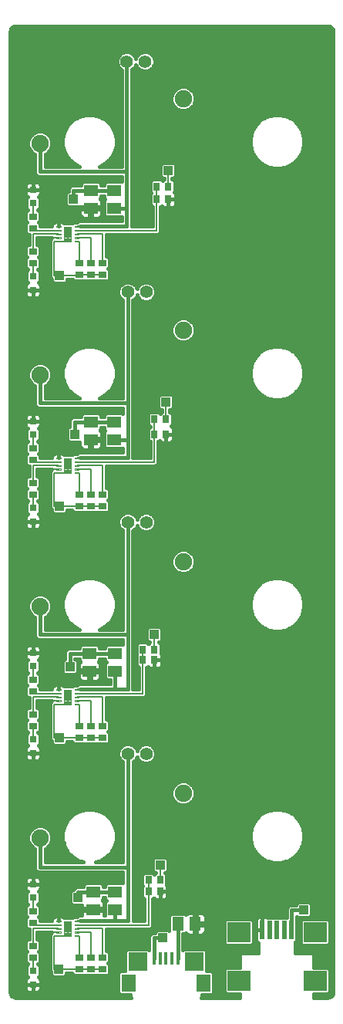
<source format=gtl>
G75*
%MOIN*%
%OFA0B0*%
%FSLAX25Y25*%
%IPPOS*%
%LPD*%
%AMOC8*
5,1,8,0,0,1.08239X$1,22.5*
%
%ADD10R,0.05906X0.05118*%
%ADD11R,0.03543X0.02756*%
%ADD12C,0.00394*%
%ADD13C,0.00354*%
%ADD14R,0.03150X0.03150*%
%ADD15R,0.02756X0.03543*%
%ADD16R,0.08268X0.07874*%
%ADD17R,0.06299X0.07480*%
%ADD18R,0.01575X0.05315*%
%ADD19C,0.05543*%
%ADD20C,0.07500*%
%ADD21R,0.09843X0.08661*%
%ADD22R,0.01969X0.07874*%
%ADD23R,0.05118X0.05906*%
%ADD24C,0.00600*%
%ADD25R,0.03962X0.03962*%
%ADD26C,0.01600*%
D10*
X0050500Y0050740D03*
X0050500Y0043260D03*
X0041000Y0050740D03*
X0041000Y0043260D03*
X0050000Y0253740D03*
X0050000Y0246260D03*
X0040000Y0253740D03*
X0040000Y0246260D03*
X0050500Y0153740D03*
X0050500Y0146260D03*
X0039500Y0153740D03*
X0039500Y0146260D03*
X0050000Y0353740D03*
X0050000Y0346260D03*
X0040000Y0353740D03*
X0040000Y0346260D03*
D11*
X0035000Y0017441D03*
X0035000Y0022559D03*
X0015000Y0022441D03*
X0015000Y0027559D03*
X0015000Y0042559D03*
X0015000Y0037441D03*
X0040000Y0017441D03*
X0040000Y0022559D03*
X0045000Y0017441D03*
X0045000Y0022559D03*
X0035000Y0217441D03*
X0035000Y0222559D03*
X0015000Y0222441D03*
X0015000Y0227559D03*
X0015000Y0242559D03*
X0015000Y0237441D03*
X0040000Y0217441D03*
X0040000Y0222559D03*
X0045000Y0217441D03*
X0045000Y0222559D03*
X0035000Y0117441D03*
X0035000Y0122559D03*
X0015000Y0122441D03*
X0015000Y0127559D03*
X0015000Y0142559D03*
X0015000Y0137441D03*
X0040000Y0117441D03*
X0040000Y0122559D03*
X0045000Y0117441D03*
X0045000Y0122559D03*
X0035000Y0317441D03*
X0035000Y0322559D03*
X0015000Y0322441D03*
X0015000Y0327559D03*
X0015000Y0342559D03*
X0015000Y0337441D03*
X0040000Y0317441D03*
X0040000Y0322559D03*
X0045000Y0317441D03*
X0045000Y0322559D03*
D12*
X0027047Y0037954D02*
X0025079Y0037954D01*
X0025079Y0038346D01*
X0027047Y0038346D01*
X0027047Y0037954D01*
X0027047Y0036379D02*
X0025079Y0036379D01*
X0025079Y0036771D01*
X0027047Y0036771D01*
X0027047Y0036379D01*
X0027047Y0034804D02*
X0025079Y0034804D01*
X0025079Y0035196D01*
X0027047Y0035196D01*
X0027047Y0034804D01*
X0027047Y0033229D02*
X0025079Y0033229D01*
X0025079Y0033621D01*
X0027047Y0033621D01*
X0027047Y0033229D01*
X0027047Y0031654D02*
X0025079Y0031654D01*
X0025079Y0032046D01*
X0027047Y0032046D01*
X0027047Y0031654D01*
X0034921Y0031654D02*
X0032953Y0031654D01*
X0032953Y0032046D01*
X0034921Y0032046D01*
X0034921Y0031654D01*
X0034921Y0033229D02*
X0032953Y0033229D01*
X0032953Y0033621D01*
X0034921Y0033621D01*
X0034921Y0033229D01*
X0034921Y0034804D02*
X0032953Y0034804D01*
X0032953Y0035196D01*
X0034921Y0035196D01*
X0034921Y0034804D01*
X0034921Y0036379D02*
X0032953Y0036379D01*
X0032953Y0036771D01*
X0034921Y0036771D01*
X0034921Y0036379D01*
X0034921Y0037954D02*
X0032953Y0037954D01*
X0032953Y0038346D01*
X0034921Y0038346D01*
X0034921Y0037954D01*
X0027047Y0237954D02*
X0025079Y0237954D01*
X0025079Y0238346D01*
X0027047Y0238346D01*
X0027047Y0237954D01*
X0027047Y0236379D02*
X0025079Y0236379D01*
X0025079Y0236771D01*
X0027047Y0236771D01*
X0027047Y0236379D01*
X0027047Y0234804D02*
X0025079Y0234804D01*
X0025079Y0235196D01*
X0027047Y0235196D01*
X0027047Y0234804D01*
X0027047Y0233229D02*
X0025079Y0233229D01*
X0025079Y0233621D01*
X0027047Y0233621D01*
X0027047Y0233229D01*
X0027047Y0231654D02*
X0025079Y0231654D01*
X0025079Y0232046D01*
X0027047Y0232046D01*
X0027047Y0231654D01*
X0034921Y0231654D02*
X0032953Y0231654D01*
X0032953Y0232046D01*
X0034921Y0232046D01*
X0034921Y0231654D01*
X0034921Y0233229D02*
X0032953Y0233229D01*
X0032953Y0233621D01*
X0034921Y0233621D01*
X0034921Y0233229D01*
X0034921Y0234804D02*
X0032953Y0234804D01*
X0032953Y0235196D01*
X0034921Y0235196D01*
X0034921Y0234804D01*
X0034921Y0236379D02*
X0032953Y0236379D01*
X0032953Y0236771D01*
X0034921Y0236771D01*
X0034921Y0236379D01*
X0034921Y0237954D02*
X0032953Y0237954D01*
X0032953Y0238346D01*
X0034921Y0238346D01*
X0034921Y0237954D01*
X0027047Y0137954D02*
X0025079Y0137954D01*
X0025079Y0138346D01*
X0027047Y0138346D01*
X0027047Y0137954D01*
X0027047Y0136379D02*
X0025079Y0136379D01*
X0025079Y0136771D01*
X0027047Y0136771D01*
X0027047Y0136379D01*
X0027047Y0134804D02*
X0025079Y0134804D01*
X0025079Y0135196D01*
X0027047Y0135196D01*
X0027047Y0134804D01*
X0027047Y0133229D02*
X0025079Y0133229D01*
X0025079Y0133621D01*
X0027047Y0133621D01*
X0027047Y0133229D01*
X0027047Y0131654D02*
X0025079Y0131654D01*
X0025079Y0132046D01*
X0027047Y0132046D01*
X0027047Y0131654D01*
X0034921Y0131654D02*
X0032953Y0131654D01*
X0032953Y0132046D01*
X0034921Y0132046D01*
X0034921Y0131654D01*
X0034921Y0133229D02*
X0032953Y0133229D01*
X0032953Y0133621D01*
X0034921Y0133621D01*
X0034921Y0133229D01*
X0034921Y0134804D02*
X0032953Y0134804D01*
X0032953Y0135196D01*
X0034921Y0135196D01*
X0034921Y0134804D01*
X0034921Y0136379D02*
X0032953Y0136379D01*
X0032953Y0136771D01*
X0034921Y0136771D01*
X0034921Y0136379D01*
X0034921Y0137954D02*
X0032953Y0137954D01*
X0032953Y0138346D01*
X0034921Y0138346D01*
X0034921Y0137954D01*
X0027047Y0337954D02*
X0025079Y0337954D01*
X0025079Y0338346D01*
X0027047Y0338346D01*
X0027047Y0337954D01*
X0027047Y0336379D02*
X0025079Y0336379D01*
X0025079Y0336771D01*
X0027047Y0336771D01*
X0027047Y0336379D01*
X0027047Y0334804D02*
X0025079Y0334804D01*
X0025079Y0335196D01*
X0027047Y0335196D01*
X0027047Y0334804D01*
X0027047Y0333229D02*
X0025079Y0333229D01*
X0025079Y0333621D01*
X0027047Y0333621D01*
X0027047Y0333229D01*
X0027047Y0331654D02*
X0025079Y0331654D01*
X0025079Y0332046D01*
X0027047Y0332046D01*
X0027047Y0331654D01*
X0034921Y0331654D02*
X0032953Y0331654D01*
X0032953Y0332046D01*
X0034921Y0332046D01*
X0034921Y0331654D01*
X0034921Y0333229D02*
X0032953Y0333229D01*
X0032953Y0333621D01*
X0034921Y0333621D01*
X0034921Y0333229D01*
X0034921Y0334804D02*
X0032953Y0334804D01*
X0032953Y0335196D01*
X0034921Y0335196D01*
X0034921Y0334804D01*
X0034921Y0336379D02*
X0032953Y0336379D01*
X0032953Y0336771D01*
X0034921Y0336771D01*
X0034921Y0336379D01*
X0034921Y0337954D02*
X0032953Y0337954D01*
X0032953Y0338346D01*
X0034921Y0338346D01*
X0034921Y0337954D01*
D13*
X0031594Y0038169D02*
X0031594Y0031831D01*
X0028406Y0031831D01*
X0028406Y0038169D01*
X0031594Y0038169D01*
X0031594Y0032184D02*
X0028406Y0032184D01*
X0028406Y0032537D02*
X0031594Y0032537D01*
X0031594Y0032890D02*
X0028406Y0032890D01*
X0028406Y0033243D02*
X0031594Y0033243D01*
X0031594Y0033596D02*
X0028406Y0033596D01*
X0028406Y0033949D02*
X0031594Y0033949D01*
X0031594Y0034302D02*
X0028406Y0034302D01*
X0028406Y0034655D02*
X0031594Y0034655D01*
X0031594Y0035008D02*
X0028406Y0035008D01*
X0028406Y0035361D02*
X0031594Y0035361D01*
X0031594Y0035714D02*
X0028406Y0035714D01*
X0028406Y0036067D02*
X0031594Y0036067D01*
X0031594Y0036420D02*
X0028406Y0036420D01*
X0028406Y0036773D02*
X0031594Y0036773D01*
X0031594Y0037126D02*
X0028406Y0037126D01*
X0028406Y0037479D02*
X0031594Y0037479D01*
X0031594Y0037832D02*
X0028406Y0037832D01*
X0031594Y0238169D02*
X0031594Y0231831D01*
X0028406Y0231831D01*
X0028406Y0238169D01*
X0031594Y0238169D01*
X0031594Y0232184D02*
X0028406Y0232184D01*
X0028406Y0232537D02*
X0031594Y0232537D01*
X0031594Y0232890D02*
X0028406Y0232890D01*
X0028406Y0233243D02*
X0031594Y0233243D01*
X0031594Y0233596D02*
X0028406Y0233596D01*
X0028406Y0233949D02*
X0031594Y0233949D01*
X0031594Y0234302D02*
X0028406Y0234302D01*
X0028406Y0234655D02*
X0031594Y0234655D01*
X0031594Y0235008D02*
X0028406Y0235008D01*
X0028406Y0235361D02*
X0031594Y0235361D01*
X0031594Y0235714D02*
X0028406Y0235714D01*
X0028406Y0236067D02*
X0031594Y0236067D01*
X0031594Y0236420D02*
X0028406Y0236420D01*
X0028406Y0236773D02*
X0031594Y0236773D01*
X0031594Y0237126D02*
X0028406Y0237126D01*
X0028406Y0237479D02*
X0031594Y0237479D01*
X0031594Y0237832D02*
X0028406Y0237832D01*
X0031594Y0138169D02*
X0031594Y0131831D01*
X0028406Y0131831D01*
X0028406Y0138169D01*
X0031594Y0138169D01*
X0031594Y0132184D02*
X0028406Y0132184D01*
X0028406Y0132537D02*
X0031594Y0132537D01*
X0031594Y0132890D02*
X0028406Y0132890D01*
X0028406Y0133243D02*
X0031594Y0133243D01*
X0031594Y0133596D02*
X0028406Y0133596D01*
X0028406Y0133949D02*
X0031594Y0133949D01*
X0031594Y0134302D02*
X0028406Y0134302D01*
X0028406Y0134655D02*
X0031594Y0134655D01*
X0031594Y0135008D02*
X0028406Y0135008D01*
X0028406Y0135361D02*
X0031594Y0135361D01*
X0031594Y0135714D02*
X0028406Y0135714D01*
X0028406Y0136067D02*
X0031594Y0136067D01*
X0031594Y0136420D02*
X0028406Y0136420D01*
X0028406Y0136773D02*
X0031594Y0136773D01*
X0031594Y0137126D02*
X0028406Y0137126D01*
X0028406Y0137479D02*
X0031594Y0137479D01*
X0031594Y0137832D02*
X0028406Y0137832D01*
X0031594Y0338169D02*
X0031594Y0331831D01*
X0028406Y0331831D01*
X0028406Y0338169D01*
X0031594Y0338169D01*
X0031594Y0332184D02*
X0028406Y0332184D01*
X0028406Y0332537D02*
X0031594Y0332537D01*
X0031594Y0332890D02*
X0028406Y0332890D01*
X0028406Y0333243D02*
X0031594Y0333243D01*
X0031594Y0333596D02*
X0028406Y0333596D01*
X0028406Y0333949D02*
X0031594Y0333949D01*
X0031594Y0334302D02*
X0028406Y0334302D01*
X0028406Y0334655D02*
X0031594Y0334655D01*
X0031594Y0335008D02*
X0028406Y0335008D01*
X0028406Y0335361D02*
X0031594Y0335361D01*
X0031594Y0335714D02*
X0028406Y0335714D01*
X0028406Y0336067D02*
X0031594Y0336067D01*
X0031594Y0336420D02*
X0028406Y0336420D01*
X0028406Y0336773D02*
X0031594Y0336773D01*
X0031594Y0337126D02*
X0028406Y0337126D01*
X0028406Y0337479D02*
X0031594Y0337479D01*
X0031594Y0337832D02*
X0028406Y0337832D01*
D14*
X0015000Y0048297D03*
X0015000Y0054203D03*
X0015000Y0016703D03*
X0015000Y0010797D03*
X0015000Y0248297D03*
X0015000Y0254203D03*
X0015000Y0216703D03*
X0015000Y0210797D03*
X0015000Y0148297D03*
X0015000Y0154203D03*
X0015000Y0116703D03*
X0015000Y0110797D03*
X0015000Y0348297D03*
X0015000Y0354203D03*
X0015000Y0316703D03*
X0015000Y0310797D03*
D15*
X0064941Y0051000D03*
X0070059Y0051000D03*
X0070059Y0056000D03*
X0064941Y0056000D03*
X0067441Y0248500D03*
X0072559Y0248500D03*
X0072559Y0255000D03*
X0067441Y0255000D03*
X0062441Y0151000D03*
X0067559Y0151000D03*
X0067559Y0155500D03*
X0062441Y0155500D03*
X0068441Y0350000D03*
X0073559Y0350000D03*
X0073559Y0355500D03*
X0068441Y0355500D03*
D16*
X0060295Y0020752D03*
X0084705Y0020752D03*
D17*
X0056358Y0011500D03*
X0088642Y0011500D03*
D18*
X0067382Y0022031D03*
X0069941Y0022031D03*
X0072500Y0022031D03*
X0075059Y0022031D03*
X0077618Y0022031D03*
D19*
X0056063Y0310000D03*
X0063937Y0310000D03*
X0056063Y0110500D03*
X0063937Y0110500D03*
X0056063Y0210500D03*
X0063937Y0210500D03*
X0055563Y0409500D03*
X0063437Y0409500D03*
D20*
X0080000Y0293504D03*
X0018071Y0274213D03*
X0080000Y0093504D03*
X0018071Y0074213D03*
X0080000Y0193504D03*
X0018071Y0174213D03*
X0080000Y0393504D03*
X0018071Y0374213D03*
D21*
X0103965Y0033374D03*
X0137035Y0033374D03*
X0103965Y0012508D03*
X0137035Y0012508D03*
D22*
X0114201Y0034358D03*
X0117350Y0034358D03*
X0120500Y0034358D03*
X0123650Y0034358D03*
X0126799Y0034358D03*
D23*
X0085240Y0037000D03*
X0077760Y0037000D03*
D24*
X0035000Y0017441D02*
X0040000Y0017441D01*
X0045000Y0017441D01*
X0030000Y0235000D02*
X0030000Y0231850D01*
X0026063Y0231850D01*
X0035000Y0217441D02*
X0040000Y0217441D01*
X0045000Y0217441D01*
X0035000Y0117441D02*
X0040000Y0117441D01*
X0045000Y0117441D01*
X0026063Y0331850D02*
X0025000Y0331850D01*
X0030000Y0335000D02*
X0030000Y0331850D01*
X0026063Y0331850D01*
X0035000Y0317441D02*
X0040000Y0317441D01*
X0045000Y0317441D01*
X0035000Y0017441D02*
X0026000Y0017441D01*
X0026000Y0017500D01*
X0024000Y0017500D01*
X0024000Y0031850D01*
X0026063Y0031850D01*
X0030000Y0035000D02*
X0030000Y0031850D01*
X0026063Y0031850D01*
X0030000Y0135000D02*
X0030000Y0131850D01*
X0026063Y0131850D01*
X0035000Y0117441D02*
X0035000Y0117500D01*
X0026500Y0117500D01*
X0024000Y0117500D01*
X0024000Y0131850D01*
X0026063Y0131850D01*
X0035000Y0217441D02*
X0026500Y0217441D01*
X0026500Y0217500D01*
X0024000Y0217500D01*
X0024000Y0231850D01*
X0026063Y0231850D01*
X0035000Y0317441D02*
X0035000Y0317000D01*
X0026500Y0317000D01*
X0024000Y0317000D01*
X0024000Y0331850D01*
X0026063Y0331850D01*
X0067559Y0155500D02*
X0067559Y0162000D01*
X0067500Y0162000D01*
X0070059Y0056000D02*
X0070000Y0056000D01*
X0070000Y0062500D01*
X0072559Y0255000D02*
X0072500Y0255000D01*
X0072500Y0262500D01*
X0073559Y0355500D02*
X0073500Y0355500D01*
X0073500Y0362500D01*
X0026063Y0233425D02*
X0020500Y0233425D01*
X0020500Y0224000D01*
X0026063Y0333425D02*
X0020500Y0333425D01*
X0020500Y0324500D01*
X0026063Y0033425D02*
X0020000Y0033425D01*
X0020000Y0025000D01*
X0026063Y0133425D02*
X0020000Y0133425D01*
X0020000Y0125000D01*
X0033937Y0031850D02*
X0035000Y0031850D01*
X0035000Y0022559D01*
X0033937Y0033425D02*
X0040000Y0033425D01*
X0040000Y0022559D01*
X0033937Y0035000D02*
X0045000Y0035000D01*
X0045000Y0022559D01*
X0033937Y0038150D02*
X0033937Y0038500D01*
X0035500Y0038500D01*
X0033937Y0036575D02*
X0064941Y0036575D01*
X0064941Y0051000D01*
X0064941Y0056000D01*
X0026063Y0035000D02*
X0015000Y0035000D01*
X0015000Y0027559D01*
X0026063Y0036575D02*
X0015866Y0036575D01*
X0015809Y0036577D01*
X0015753Y0036582D01*
X0015697Y0036592D01*
X0015642Y0036605D01*
X0015588Y0036621D01*
X0015535Y0036641D01*
X0015483Y0036664D01*
X0015433Y0036691D01*
X0015385Y0036721D01*
X0015339Y0036754D01*
X0015295Y0036790D01*
X0015254Y0036829D01*
X0015215Y0036870D01*
X0015179Y0036914D01*
X0015146Y0036960D01*
X0015116Y0037008D01*
X0015089Y0037058D01*
X0015066Y0037110D01*
X0015046Y0037163D01*
X0015030Y0037217D01*
X0015017Y0037272D01*
X0015007Y0037328D01*
X0015002Y0037384D01*
X0015000Y0037441D01*
X0015000Y0042559D02*
X0015000Y0048297D01*
X0015000Y0022441D02*
X0015000Y0016703D01*
X0033937Y0231850D02*
X0035000Y0231850D01*
X0035000Y0222559D01*
X0033937Y0233425D02*
X0040000Y0233425D01*
X0040000Y0222559D01*
X0033937Y0235000D02*
X0045000Y0235000D01*
X0045000Y0222559D01*
X0026063Y0235000D02*
X0015000Y0235000D01*
X0015000Y0227559D01*
X0026063Y0236575D02*
X0015866Y0236575D01*
X0015809Y0236577D01*
X0015753Y0236582D01*
X0015697Y0236592D01*
X0015642Y0236605D01*
X0015588Y0236621D01*
X0015535Y0236641D01*
X0015483Y0236664D01*
X0015433Y0236691D01*
X0015385Y0236721D01*
X0015339Y0236754D01*
X0015295Y0236790D01*
X0015254Y0236829D01*
X0015215Y0236870D01*
X0015179Y0236914D01*
X0015146Y0236960D01*
X0015116Y0237008D01*
X0015089Y0237058D01*
X0015066Y0237110D01*
X0015046Y0237163D01*
X0015030Y0237217D01*
X0015017Y0237272D01*
X0015007Y0237328D01*
X0015002Y0237384D01*
X0015000Y0237441D01*
X0015000Y0242559D02*
X0015000Y0248297D01*
X0015000Y0222441D02*
X0015000Y0216703D01*
X0033937Y0131850D02*
X0035000Y0131850D01*
X0035000Y0122559D01*
X0033937Y0133425D02*
X0040000Y0133425D01*
X0040000Y0122559D01*
X0033937Y0135000D02*
X0045000Y0135000D01*
X0045000Y0122559D01*
X0026063Y0135000D02*
X0015000Y0135000D01*
X0015000Y0127559D01*
X0026063Y0136575D02*
X0015866Y0136575D01*
X0015809Y0136577D01*
X0015753Y0136582D01*
X0015697Y0136592D01*
X0015642Y0136605D01*
X0015588Y0136621D01*
X0015535Y0136641D01*
X0015483Y0136664D01*
X0015433Y0136691D01*
X0015385Y0136721D01*
X0015339Y0136754D01*
X0015295Y0136790D01*
X0015254Y0136829D01*
X0015215Y0136870D01*
X0015179Y0136914D01*
X0015146Y0136960D01*
X0015116Y0137008D01*
X0015089Y0137058D01*
X0015066Y0137110D01*
X0015046Y0137163D01*
X0015030Y0137217D01*
X0015017Y0137272D01*
X0015007Y0137328D01*
X0015002Y0137384D01*
X0015000Y0137441D01*
X0015000Y0142559D02*
X0015000Y0148297D01*
X0015000Y0122441D02*
X0015000Y0116703D01*
X0033937Y0331850D02*
X0035000Y0331850D01*
X0035000Y0322559D01*
X0033937Y0333425D02*
X0040000Y0333425D01*
X0040000Y0322559D01*
X0033937Y0335000D02*
X0045000Y0335000D01*
X0045000Y0322559D01*
X0026063Y0335000D02*
X0015000Y0335000D01*
X0015000Y0327559D01*
X0026063Y0336575D02*
X0015866Y0336575D01*
X0015809Y0336577D01*
X0015753Y0336582D01*
X0015697Y0336592D01*
X0015642Y0336605D01*
X0015588Y0336621D01*
X0015535Y0336641D01*
X0015483Y0336664D01*
X0015433Y0336691D01*
X0015385Y0336721D01*
X0015339Y0336754D01*
X0015295Y0336790D01*
X0015254Y0336829D01*
X0015215Y0336870D01*
X0015179Y0336914D01*
X0015146Y0336960D01*
X0015116Y0337008D01*
X0015089Y0337058D01*
X0015066Y0337110D01*
X0015046Y0337163D01*
X0015030Y0337217D01*
X0015017Y0337272D01*
X0015007Y0337328D01*
X0015002Y0337384D01*
X0015000Y0337441D01*
X0015000Y0342559D02*
X0015000Y0348297D01*
X0015000Y0322441D02*
X0015000Y0316703D01*
X0033937Y0338150D02*
X0033937Y0338500D01*
X0035500Y0338500D01*
X0033937Y0336575D02*
X0068441Y0336575D01*
X0068441Y0350000D01*
X0068441Y0355500D01*
X0033937Y0138150D02*
X0033937Y0138500D01*
X0035500Y0138500D01*
X0062441Y0151000D02*
X0062441Y0136575D01*
X0033937Y0136575D01*
X0062441Y0151000D02*
X0062441Y0155500D01*
X0033937Y0238150D02*
X0033937Y0238500D01*
X0035500Y0238500D01*
X0033937Y0236575D02*
X0067441Y0236575D01*
X0067441Y0248500D01*
X0067441Y0255000D01*
D25*
X0026000Y0017500D03*
X0026500Y0117500D03*
X0026500Y0217500D03*
X0026500Y0317000D03*
X0071000Y0031000D03*
X0132000Y0043000D03*
X0034500Y0048500D03*
X0067500Y0162000D03*
X0070000Y0062500D03*
X0072500Y0262500D03*
X0031000Y0148000D03*
X0033000Y0248500D03*
X0073500Y0362500D03*
X0032500Y0350000D03*
D26*
X0067382Y0022031D02*
X0067382Y0031000D01*
X0071000Y0031000D01*
X0126799Y0034358D02*
X0126799Y0043000D01*
X0132000Y0043000D01*
X0041000Y0050740D02*
X0034500Y0050740D01*
X0034500Y0048500D01*
X0041000Y0050740D02*
X0050500Y0050740D01*
X0039500Y0153740D02*
X0031000Y0153740D01*
X0031000Y0148000D01*
X0039500Y0153740D02*
X0050500Y0153740D01*
X0040000Y0253740D02*
X0033000Y0253740D01*
X0033000Y0248500D01*
X0040000Y0253740D02*
X0050000Y0253740D01*
X0040000Y0353740D02*
X0032500Y0353740D01*
X0032500Y0350000D01*
X0040000Y0353740D02*
X0050000Y0353740D01*
X0045753Y0042780D02*
X0041480Y0042780D01*
X0041480Y0043739D01*
X0045753Y0043739D01*
X0045753Y0046056D01*
X0045630Y0046514D01*
X0045393Y0046924D01*
X0045058Y0047259D01*
X0045028Y0047277D01*
X0045353Y0047601D01*
X0045353Y0048540D01*
X0046147Y0048540D01*
X0046147Y0047601D01*
X0046748Y0047000D01*
X0046147Y0046399D01*
X0046147Y0040700D01*
X0045753Y0040700D01*
X0045753Y0042780D01*
X0111417Y0034358D02*
X0114201Y0034358D01*
X0114201Y0034358D01*
X0111417Y0034358D01*
X0111417Y0030184D01*
X0111539Y0029726D01*
X0111776Y0029316D01*
X0112111Y0028981D01*
X0112417Y0028805D01*
X0112417Y0024528D01*
X0105011Y0024528D01*
X0104543Y0024060D01*
X0104543Y0018239D01*
X0098463Y0018239D01*
X0097643Y0017418D01*
X0097643Y0007597D01*
X0098463Y0006777D01*
X0104543Y0006777D01*
X0104543Y0005100D01*
X0087704Y0005100D01*
X0088064Y0005460D01*
X0088064Y0006360D01*
X0092371Y0006360D01*
X0093191Y0007180D01*
X0093191Y0015820D01*
X0092371Y0016640D01*
X0090239Y0016640D01*
X0090239Y0025269D01*
X0089418Y0026089D01*
X0079991Y0026089D01*
X0079818Y0025916D01*
X0079818Y0032647D01*
X0080899Y0032647D01*
X0081223Y0032972D01*
X0081241Y0032942D01*
X0081576Y0032607D01*
X0081986Y0032370D01*
X0082444Y0032247D01*
X0084761Y0032247D01*
X0084761Y0036520D01*
X0085720Y0036520D01*
X0085720Y0032247D01*
X0088036Y0032247D01*
X0088494Y0032370D01*
X0088904Y0032607D01*
X0089240Y0032942D01*
X0089477Y0033352D01*
X0089599Y0033810D01*
X0089599Y0036520D01*
X0085720Y0036520D01*
X0085720Y0037480D01*
X0089599Y0037480D01*
X0089599Y0040190D01*
X0089477Y0040648D01*
X0089240Y0041058D01*
X0088904Y0041393D01*
X0088494Y0041630D01*
X0088036Y0041753D01*
X0085720Y0041753D01*
X0085720Y0037480D01*
X0084761Y0037480D01*
X0084761Y0041753D01*
X0082444Y0041753D01*
X0081986Y0041630D01*
X0081576Y0041393D01*
X0081241Y0041058D01*
X0081223Y0041028D01*
X0080899Y0041353D01*
X0074621Y0041353D01*
X0073801Y0040533D01*
X0073801Y0034141D01*
X0073561Y0034381D01*
X0068439Y0034381D01*
X0067619Y0033561D01*
X0067619Y0033200D01*
X0066471Y0033200D01*
X0065182Y0031911D01*
X0065182Y0025916D01*
X0065009Y0026089D01*
X0055582Y0026089D01*
X0054761Y0025269D01*
X0054761Y0016640D01*
X0052629Y0016640D01*
X0051809Y0015820D01*
X0051809Y0007180D01*
X0052629Y0006360D01*
X0056936Y0006360D01*
X0056936Y0005460D01*
X0057296Y0005100D01*
X0007874Y0005100D01*
X0007440Y0005134D01*
X0006615Y0005402D01*
X0005912Y0005912D01*
X0005402Y0006615D01*
X0005134Y0007440D01*
X0005100Y0007874D01*
X0005100Y0422126D01*
X0005134Y0422560D01*
X0005402Y0423385D01*
X0005912Y0424087D01*
X0006615Y0424598D01*
X0007440Y0424866D01*
X0007874Y0424900D01*
X0142126Y0424900D01*
X0142560Y0424866D01*
X0143385Y0424598D01*
X0144088Y0424087D01*
X0144598Y0423385D01*
X0144866Y0422560D01*
X0144900Y0422126D01*
X0144900Y0007874D01*
X0144866Y0007440D01*
X0144598Y0006615D01*
X0144088Y0005912D01*
X0143385Y0005402D01*
X0142560Y0005134D01*
X0142126Y0005100D01*
X0136457Y0005100D01*
X0136457Y0006777D01*
X0142537Y0006777D01*
X0143357Y0007597D01*
X0143357Y0017418D01*
X0142537Y0018239D01*
X0136457Y0018239D01*
X0136457Y0024060D01*
X0135989Y0024528D01*
X0128583Y0024528D01*
X0128583Y0029241D01*
X0129183Y0029841D01*
X0129183Y0038875D01*
X0128999Y0039059D01*
X0128999Y0040059D01*
X0129439Y0039619D01*
X0134561Y0039619D01*
X0135381Y0040439D01*
X0135381Y0045561D01*
X0134561Y0046381D01*
X0129439Y0046381D01*
X0128619Y0045561D01*
X0128619Y0045200D01*
X0125888Y0045200D01*
X0124599Y0043911D01*
X0124599Y0039695D01*
X0122085Y0039695D01*
X0122075Y0039685D01*
X0122064Y0039695D01*
X0118936Y0039695D01*
X0118925Y0039685D01*
X0118915Y0039695D01*
X0116331Y0039695D01*
X0116290Y0039736D01*
X0115880Y0039973D01*
X0115422Y0040095D01*
X0114201Y0040095D01*
X0114201Y0034358D01*
X0114201Y0034358D01*
X0114201Y0040095D01*
X0112980Y0040095D01*
X0112522Y0039973D01*
X0112111Y0039736D01*
X0111776Y0039400D01*
X0111539Y0038990D01*
X0111417Y0038532D01*
X0111417Y0034358D01*
X0142537Y0039105D02*
X0131534Y0039105D01*
X0130714Y0038285D01*
X0130714Y0028463D01*
X0131534Y0027643D01*
X0142537Y0027643D01*
X0143357Y0028463D01*
X0143357Y0038285D01*
X0142537Y0039105D01*
X0109466Y0039105D02*
X0098463Y0039105D01*
X0097643Y0038285D01*
X0097643Y0028463D01*
X0098463Y0027643D01*
X0109466Y0027643D01*
X0110286Y0028463D01*
X0110286Y0038285D01*
X0109466Y0039105D01*
X0085150Y0392480D02*
X0085150Y0394528D01*
X0084366Y0396421D01*
X0082917Y0397870D01*
X0081024Y0398654D01*
X0078976Y0398654D01*
X0077083Y0397870D01*
X0075634Y0396421D01*
X0074850Y0394528D01*
X0074850Y0392480D01*
X0075634Y0390587D01*
X0077083Y0389138D01*
X0078976Y0388354D01*
X0081024Y0388354D01*
X0082917Y0389138D01*
X0084366Y0390587D01*
X0085150Y0392480D01*
X0132143Y0373474D02*
X0132143Y0376526D01*
X0131353Y0379474D01*
X0129827Y0382117D01*
X0127668Y0384275D01*
X0125025Y0385801D01*
X0122077Y0386591D01*
X0119025Y0386591D01*
X0116077Y0385801D01*
X0113434Y0384275D01*
X0111276Y0382117D01*
X0109750Y0379474D01*
X0108960Y0376526D01*
X0108960Y0373474D01*
X0109750Y0370526D01*
X0111276Y0367883D01*
X0113434Y0365725D01*
X0116077Y0364199D01*
X0119025Y0363409D01*
X0122077Y0363409D01*
X0125025Y0364199D01*
X0127668Y0365725D01*
X0129827Y0367883D01*
X0131353Y0370526D01*
X0132143Y0373474D01*
X0023221Y0173188D02*
X0023221Y0175237D01*
X0022437Y0177130D01*
X0020988Y0178579D01*
X0019095Y0179363D01*
X0017046Y0179363D01*
X0015154Y0178579D01*
X0013705Y0177130D01*
X0012921Y0175237D01*
X0012921Y0173188D01*
X0013705Y0171295D01*
X0015154Y0169847D01*
X0015871Y0169550D01*
X0015871Y0161089D01*
X0017160Y0159800D01*
X0053800Y0159800D01*
X0053800Y0157699D01*
X0046967Y0157699D01*
X0046147Y0156879D01*
X0046147Y0155940D01*
X0043853Y0155940D01*
X0043853Y0156879D01*
X0043033Y0157699D01*
X0035967Y0157699D01*
X0035147Y0156879D01*
X0035147Y0155940D01*
X0030089Y0155940D01*
X0028800Y0154651D01*
X0028800Y0151381D01*
X0028439Y0151381D01*
X0027619Y0150561D01*
X0027619Y0145439D01*
X0028439Y0144619D01*
X0033561Y0144619D01*
X0034381Y0145439D01*
X0034381Y0150561D01*
X0033561Y0151381D01*
X0033200Y0151381D01*
X0033200Y0151540D01*
X0035147Y0151540D01*
X0035147Y0150601D01*
X0035472Y0150277D01*
X0035442Y0150259D01*
X0035107Y0149924D01*
X0034870Y0149514D01*
X0034747Y0149056D01*
X0034747Y0146739D01*
X0039020Y0146739D01*
X0039020Y0145780D01*
X0034747Y0145780D01*
X0034747Y0143464D01*
X0034870Y0143006D01*
X0035107Y0142596D01*
X0035442Y0142260D01*
X0035852Y0142023D01*
X0036310Y0141901D01*
X0039020Y0141901D01*
X0039020Y0145780D01*
X0039980Y0145780D01*
X0039980Y0141901D01*
X0042690Y0141901D01*
X0043148Y0142023D01*
X0043558Y0142260D01*
X0043893Y0142596D01*
X0044130Y0143006D01*
X0044253Y0143464D01*
X0044253Y0145780D01*
X0039980Y0145780D01*
X0039980Y0146739D01*
X0044253Y0146739D01*
X0044253Y0149056D01*
X0044130Y0149514D01*
X0043893Y0149924D01*
X0043558Y0150259D01*
X0043528Y0150277D01*
X0043853Y0150601D01*
X0043853Y0151540D01*
X0046147Y0151540D01*
X0046147Y0150601D01*
X0046748Y0150000D01*
X0046147Y0149399D01*
X0046147Y0143121D01*
X0046967Y0142301D01*
X0048300Y0142301D01*
X0048300Y0140700D01*
X0034589Y0140700D01*
X0034089Y0140200D01*
X0033233Y0140200D01*
X0032976Y0139943D01*
X0032291Y0139943D01*
X0032094Y0139746D01*
X0028471Y0139746D01*
X0028273Y0139944D01*
X0027818Y0140207D01*
X0027310Y0140343D01*
X0026063Y0140343D01*
X0026063Y0138368D01*
X0026063Y0138368D01*
X0026063Y0140343D01*
X0024816Y0140343D01*
X0024308Y0140207D01*
X0023853Y0139944D01*
X0023481Y0139573D01*
X0023218Y0139117D01*
X0023082Y0138609D01*
X0023082Y0138275D01*
X0018172Y0138275D01*
X0018172Y0139399D01*
X0017570Y0140000D01*
X0018172Y0140601D01*
X0018172Y0144517D01*
X0017352Y0145337D01*
X0017169Y0145337D01*
X0017975Y0146143D01*
X0017975Y0150452D01*
X0017401Y0151026D01*
X0017680Y0151188D01*
X0018015Y0151523D01*
X0018252Y0151933D01*
X0018375Y0152391D01*
X0018375Y0154203D01*
X0015000Y0154203D01*
X0015000Y0154203D01*
X0018375Y0154203D01*
X0018375Y0156015D01*
X0018252Y0156472D01*
X0018015Y0156883D01*
X0017680Y0157218D01*
X0017270Y0157455D01*
X0016812Y0157578D01*
X0015000Y0157578D01*
X0015000Y0154203D01*
X0015000Y0154203D01*
X0015000Y0157578D01*
X0013188Y0157578D01*
X0012730Y0157455D01*
X0012320Y0157218D01*
X0011985Y0156883D01*
X0011748Y0156472D01*
X0011625Y0156015D01*
X0011625Y0154203D01*
X0015000Y0154203D01*
X0015000Y0154203D01*
X0011625Y0154203D01*
X0011625Y0152391D01*
X0011748Y0151933D01*
X0011985Y0151523D01*
X0012320Y0151188D01*
X0012599Y0151026D01*
X0012025Y0150452D01*
X0012025Y0146143D01*
X0012831Y0145337D01*
X0012648Y0145337D01*
X0011828Y0144517D01*
X0011828Y0140601D01*
X0012430Y0140000D01*
X0011828Y0139399D01*
X0011828Y0135483D01*
X0012648Y0134663D01*
X0013300Y0134663D01*
X0013300Y0130337D01*
X0012648Y0130337D01*
X0011828Y0129517D01*
X0011828Y0125601D01*
X0012430Y0125000D01*
X0011828Y0124399D01*
X0011828Y0120483D01*
X0012648Y0119663D01*
X0012831Y0119663D01*
X0012025Y0118857D01*
X0012025Y0114548D01*
X0012599Y0113974D01*
X0012320Y0113812D01*
X0011985Y0113477D01*
X0011748Y0113067D01*
X0011625Y0112609D01*
X0011625Y0110797D01*
X0015000Y0110797D01*
X0015000Y0110797D01*
X0011625Y0110797D01*
X0011625Y0108985D01*
X0011748Y0108528D01*
X0011985Y0108117D01*
X0012320Y0107782D01*
X0012730Y0107545D01*
X0013188Y0107422D01*
X0015000Y0107422D01*
X0015000Y0110797D01*
X0015000Y0110797D01*
X0015000Y0107422D01*
X0016812Y0107422D01*
X0017270Y0107545D01*
X0017680Y0107782D01*
X0018015Y0108117D01*
X0018252Y0108528D01*
X0018375Y0108985D01*
X0018375Y0110797D01*
X0015000Y0110797D01*
X0015000Y0110797D01*
X0018375Y0110797D01*
X0018375Y0112609D01*
X0018252Y0113067D01*
X0018015Y0113477D01*
X0017680Y0113812D01*
X0017401Y0113974D01*
X0017975Y0114548D01*
X0017975Y0118857D01*
X0017169Y0119663D01*
X0017352Y0119663D01*
X0018172Y0120483D01*
X0018172Y0124399D01*
X0017570Y0125000D01*
X0018172Y0125601D01*
X0018172Y0129517D01*
X0017352Y0130337D01*
X0016700Y0130337D01*
X0016700Y0133300D01*
X0023045Y0133300D01*
X0022300Y0132555D01*
X0022300Y0116796D01*
X0023119Y0115977D01*
X0023119Y0114939D01*
X0023939Y0114119D01*
X0029061Y0114119D01*
X0029881Y0114939D01*
X0029881Y0115800D01*
X0031828Y0115800D01*
X0031828Y0115483D01*
X0032648Y0114663D01*
X0037352Y0114663D01*
X0037500Y0114811D01*
X0037648Y0114663D01*
X0042352Y0114663D01*
X0042500Y0114811D01*
X0042648Y0114663D01*
X0047352Y0114663D01*
X0048172Y0115483D01*
X0048172Y0119399D01*
X0047570Y0120000D01*
X0048172Y0120601D01*
X0048172Y0124517D01*
X0047352Y0125337D01*
X0046700Y0125337D01*
X0046700Y0134875D01*
X0063145Y0134875D01*
X0064141Y0135871D01*
X0064141Y0147828D01*
X0064399Y0147828D01*
X0064723Y0148153D01*
X0064741Y0148123D01*
X0065076Y0147788D01*
X0065486Y0147551D01*
X0065944Y0147428D01*
X0067559Y0147428D01*
X0067559Y0151000D01*
X0067559Y0151000D01*
X0067559Y0147428D01*
X0069174Y0147428D01*
X0069632Y0147551D01*
X0070042Y0147788D01*
X0070377Y0148123D01*
X0070614Y0148534D01*
X0070737Y0148991D01*
X0070737Y0151000D01*
X0067559Y0151000D01*
X0067559Y0151000D01*
X0070737Y0151000D01*
X0070737Y0153009D01*
X0070614Y0153466D01*
X0070377Y0153877D01*
X0070337Y0153917D01*
X0070337Y0157852D01*
X0069570Y0158619D01*
X0070061Y0158619D01*
X0070881Y0159439D01*
X0070881Y0164561D01*
X0070061Y0165381D01*
X0064939Y0165381D01*
X0064119Y0164561D01*
X0064119Y0159439D01*
X0064939Y0158619D01*
X0065548Y0158619D01*
X0065000Y0158070D01*
X0064399Y0158672D01*
X0060483Y0158672D01*
X0059663Y0157852D01*
X0059663Y0148648D01*
X0060483Y0147828D01*
X0060741Y0147828D01*
X0060741Y0138275D01*
X0058200Y0138275D01*
X0058200Y0206870D01*
X0058426Y0206963D01*
X0059600Y0208137D01*
X0060000Y0209104D01*
X0060400Y0208137D01*
X0061574Y0206963D01*
X0063107Y0206328D01*
X0064767Y0206328D01*
X0066300Y0206963D01*
X0067474Y0208137D01*
X0068109Y0209670D01*
X0068109Y0211330D01*
X0067474Y0212863D01*
X0066300Y0214037D01*
X0064767Y0214672D01*
X0063107Y0214672D01*
X0061574Y0214037D01*
X0060400Y0212863D01*
X0060000Y0211896D01*
X0059600Y0212863D01*
X0058426Y0214037D01*
X0056893Y0214672D01*
X0055233Y0214672D01*
X0053700Y0214037D01*
X0052526Y0212863D01*
X0051891Y0211330D01*
X0051891Y0209670D01*
X0052526Y0208137D01*
X0053700Y0206963D01*
X0053800Y0206922D01*
X0053800Y0164200D01*
X0043925Y0164200D01*
X0046566Y0165725D01*
X0048724Y0167883D01*
X0050250Y0170526D01*
X0051040Y0173474D01*
X0051040Y0176526D01*
X0050250Y0179474D01*
X0048724Y0182117D01*
X0046566Y0184275D01*
X0043923Y0185801D01*
X0040975Y0186591D01*
X0037923Y0186591D01*
X0034975Y0185801D01*
X0032332Y0184275D01*
X0030173Y0182117D01*
X0028647Y0179474D01*
X0027857Y0176526D01*
X0027857Y0173474D01*
X0028647Y0170526D01*
X0030173Y0167883D01*
X0032332Y0165725D01*
X0034972Y0164200D01*
X0020271Y0164200D01*
X0020271Y0169550D01*
X0020988Y0169847D01*
X0022437Y0171295D01*
X0023221Y0173188D01*
X0085150Y0192480D02*
X0085150Y0194528D01*
X0084366Y0196421D01*
X0082917Y0197870D01*
X0081024Y0198654D01*
X0078976Y0198654D01*
X0077083Y0197870D01*
X0075634Y0196421D01*
X0074850Y0194528D01*
X0074850Y0192480D01*
X0075634Y0190587D01*
X0077083Y0189138D01*
X0078976Y0188354D01*
X0081024Y0188354D01*
X0082917Y0189138D01*
X0084366Y0190587D01*
X0085150Y0192480D01*
X0132143Y0173474D02*
X0132143Y0176526D01*
X0131353Y0179474D01*
X0129827Y0182117D01*
X0127668Y0184275D01*
X0125025Y0185801D01*
X0122077Y0186591D01*
X0119025Y0186591D01*
X0116077Y0185801D01*
X0113434Y0184275D01*
X0111276Y0182117D01*
X0109750Y0179474D01*
X0108960Y0176526D01*
X0108960Y0173474D01*
X0109750Y0170526D01*
X0111276Y0167883D01*
X0113434Y0165725D01*
X0116077Y0164199D01*
X0119025Y0163409D01*
X0122077Y0163409D01*
X0125025Y0164199D01*
X0127668Y0165725D01*
X0129827Y0167883D01*
X0131353Y0170526D01*
X0132143Y0173474D01*
X0085150Y0092480D02*
X0085150Y0094528D01*
X0084366Y0096421D01*
X0082917Y0097870D01*
X0081024Y0098654D01*
X0078976Y0098654D01*
X0077083Y0097870D01*
X0075634Y0096421D01*
X0074850Y0094528D01*
X0074850Y0092480D01*
X0075634Y0090587D01*
X0077083Y0089138D01*
X0078976Y0088354D01*
X0081024Y0088354D01*
X0082917Y0089138D01*
X0084366Y0090587D01*
X0085150Y0092480D01*
X0132143Y0073474D02*
X0132143Y0076526D01*
X0131353Y0079474D01*
X0129827Y0082117D01*
X0127668Y0084275D01*
X0125025Y0085801D01*
X0122077Y0086591D01*
X0119025Y0086591D01*
X0116077Y0085801D01*
X0113434Y0084275D01*
X0111276Y0082117D01*
X0109750Y0079474D01*
X0108960Y0076526D01*
X0108960Y0073474D01*
X0109750Y0070526D01*
X0111276Y0067883D01*
X0113434Y0065725D01*
X0116077Y0064199D01*
X0119025Y0063409D01*
X0122077Y0063409D01*
X0125025Y0064199D01*
X0127668Y0065725D01*
X0129827Y0067883D01*
X0131353Y0070526D01*
X0132143Y0073474D01*
X0085150Y0292480D02*
X0085150Y0294528D01*
X0084366Y0296421D01*
X0082917Y0297870D01*
X0081024Y0298654D01*
X0078976Y0298654D01*
X0077083Y0297870D01*
X0075634Y0296421D01*
X0074850Y0294528D01*
X0074850Y0292480D01*
X0075634Y0290587D01*
X0077083Y0289138D01*
X0078976Y0288354D01*
X0081024Y0288354D01*
X0082917Y0289138D01*
X0084366Y0290587D01*
X0085150Y0292480D01*
X0051040Y0273474D02*
X0051040Y0276526D01*
X0050250Y0279474D01*
X0048724Y0282117D01*
X0046566Y0284275D01*
X0043923Y0285801D01*
X0040975Y0286591D01*
X0037923Y0286591D01*
X0034975Y0285801D01*
X0032332Y0284275D01*
X0030173Y0282117D01*
X0028647Y0279474D01*
X0027857Y0276526D01*
X0027857Y0273474D01*
X0028647Y0270526D01*
X0030173Y0267883D01*
X0032332Y0265725D01*
X0034972Y0264200D01*
X0020271Y0264200D01*
X0020271Y0269550D01*
X0020988Y0269847D01*
X0022437Y0271295D01*
X0023221Y0273188D01*
X0023221Y0275237D01*
X0022437Y0277130D01*
X0020988Y0278579D01*
X0019095Y0279363D01*
X0017046Y0279363D01*
X0015154Y0278579D01*
X0013705Y0277130D01*
X0012921Y0275237D01*
X0012921Y0273188D01*
X0013705Y0271295D01*
X0015154Y0269847D01*
X0015871Y0269550D01*
X0015871Y0261089D01*
X0017160Y0259800D01*
X0053800Y0259800D01*
X0053800Y0257432D01*
X0053533Y0257699D01*
X0046467Y0257699D01*
X0045647Y0256879D01*
X0045647Y0255940D01*
X0044353Y0255940D01*
X0044353Y0256879D01*
X0043533Y0257699D01*
X0036467Y0257699D01*
X0035647Y0256879D01*
X0035647Y0255940D01*
X0032089Y0255940D01*
X0030800Y0254651D01*
X0030800Y0251881D01*
X0030439Y0251881D01*
X0029619Y0251061D01*
X0029619Y0245939D01*
X0030439Y0245119D01*
X0035247Y0245119D01*
X0035247Y0243464D01*
X0035370Y0243006D01*
X0035607Y0242596D01*
X0035942Y0242260D01*
X0036352Y0242023D01*
X0036810Y0241901D01*
X0039520Y0241901D01*
X0039520Y0245780D01*
X0040480Y0245780D01*
X0040480Y0241901D01*
X0043190Y0241901D01*
X0043648Y0242023D01*
X0044058Y0242260D01*
X0044393Y0242596D01*
X0044630Y0243006D01*
X0044753Y0243464D01*
X0044753Y0245780D01*
X0040480Y0245780D01*
X0040480Y0246739D01*
X0044753Y0246739D01*
X0044753Y0249056D01*
X0044630Y0249514D01*
X0044393Y0249924D01*
X0044058Y0250259D01*
X0044028Y0250277D01*
X0044353Y0250601D01*
X0044353Y0251540D01*
X0045647Y0251540D01*
X0045647Y0250601D01*
X0046248Y0250000D01*
X0045647Y0249399D01*
X0045647Y0243121D01*
X0046467Y0242301D01*
X0053533Y0242301D01*
X0053800Y0242568D01*
X0053800Y0240700D01*
X0034589Y0240700D01*
X0034089Y0240200D01*
X0033233Y0240200D01*
X0032976Y0239943D01*
X0032291Y0239943D01*
X0032094Y0239746D01*
X0028471Y0239746D01*
X0028273Y0239944D01*
X0027818Y0240207D01*
X0027310Y0240343D01*
X0026063Y0240343D01*
X0026063Y0238368D01*
X0026063Y0238368D01*
X0026063Y0240343D01*
X0024816Y0240343D01*
X0024308Y0240207D01*
X0023853Y0239944D01*
X0023481Y0239573D01*
X0023218Y0239117D01*
X0023082Y0238609D01*
X0023082Y0238275D01*
X0018172Y0238275D01*
X0018172Y0239399D01*
X0017570Y0240000D01*
X0018172Y0240601D01*
X0018172Y0244517D01*
X0017352Y0245337D01*
X0017169Y0245337D01*
X0017975Y0246143D01*
X0017975Y0250452D01*
X0017401Y0251026D01*
X0017680Y0251188D01*
X0018015Y0251523D01*
X0018252Y0251933D01*
X0018375Y0252391D01*
X0018375Y0254203D01*
X0015000Y0254203D01*
X0015000Y0254203D01*
X0018375Y0254203D01*
X0018375Y0256015D01*
X0018252Y0256472D01*
X0018015Y0256883D01*
X0017680Y0257218D01*
X0017270Y0257455D01*
X0016812Y0257578D01*
X0015000Y0257578D01*
X0015000Y0254203D01*
X0015000Y0254203D01*
X0015000Y0257578D01*
X0013188Y0257578D01*
X0012730Y0257455D01*
X0012320Y0257218D01*
X0011985Y0256883D01*
X0011748Y0256472D01*
X0011625Y0256015D01*
X0011625Y0254203D01*
X0015000Y0254203D01*
X0015000Y0254203D01*
X0011625Y0254203D01*
X0011625Y0252391D01*
X0011748Y0251933D01*
X0011985Y0251523D01*
X0012320Y0251188D01*
X0012599Y0251026D01*
X0012025Y0250452D01*
X0012025Y0246143D01*
X0012831Y0245337D01*
X0012648Y0245337D01*
X0011828Y0244517D01*
X0011828Y0240601D01*
X0012430Y0240000D01*
X0011828Y0239399D01*
X0011828Y0235483D01*
X0012648Y0234663D01*
X0013300Y0234663D01*
X0013300Y0230337D01*
X0012648Y0230337D01*
X0011828Y0229517D01*
X0011828Y0225601D01*
X0012430Y0225000D01*
X0011828Y0224399D01*
X0011828Y0220483D01*
X0012648Y0219663D01*
X0012831Y0219663D01*
X0012025Y0218857D01*
X0012025Y0214548D01*
X0012599Y0213974D01*
X0012320Y0213812D01*
X0011985Y0213477D01*
X0011748Y0213067D01*
X0011625Y0212609D01*
X0011625Y0210797D01*
X0015000Y0210797D01*
X0015000Y0210797D01*
X0011625Y0210797D01*
X0011625Y0208985D01*
X0011748Y0208528D01*
X0011985Y0208117D01*
X0012320Y0207782D01*
X0012730Y0207545D01*
X0013188Y0207422D01*
X0015000Y0207422D01*
X0015000Y0210797D01*
X0015000Y0210797D01*
X0015000Y0207422D01*
X0016812Y0207422D01*
X0017270Y0207545D01*
X0017680Y0207782D01*
X0018015Y0208117D01*
X0018252Y0208528D01*
X0018375Y0208985D01*
X0018375Y0210797D01*
X0015000Y0210797D01*
X0015000Y0210797D01*
X0018375Y0210797D01*
X0018375Y0212609D01*
X0018252Y0213067D01*
X0018015Y0213477D01*
X0017680Y0213812D01*
X0017401Y0213974D01*
X0017975Y0214548D01*
X0017975Y0218857D01*
X0017169Y0219663D01*
X0017352Y0219663D01*
X0018172Y0220483D01*
X0018172Y0224399D01*
X0017570Y0225000D01*
X0018172Y0225601D01*
X0018172Y0229517D01*
X0017352Y0230337D01*
X0016700Y0230337D01*
X0016700Y0233300D01*
X0023045Y0233300D01*
X0022300Y0232555D01*
X0022300Y0216796D01*
X0023119Y0215977D01*
X0023119Y0214939D01*
X0023939Y0214119D01*
X0029061Y0214119D01*
X0029881Y0214939D01*
X0029881Y0215741D01*
X0031828Y0215741D01*
X0031828Y0215483D01*
X0032648Y0214663D01*
X0037352Y0214663D01*
X0037500Y0214811D01*
X0037648Y0214663D01*
X0042352Y0214663D01*
X0042500Y0214811D01*
X0042648Y0214663D01*
X0047352Y0214663D01*
X0048172Y0215483D01*
X0048172Y0219399D01*
X0047570Y0220000D01*
X0048172Y0220601D01*
X0048172Y0224517D01*
X0047352Y0225337D01*
X0046700Y0225337D01*
X0046700Y0234875D01*
X0068145Y0234875D01*
X0069141Y0235871D01*
X0069141Y0245328D01*
X0069399Y0245328D01*
X0069723Y0245653D01*
X0069741Y0245623D01*
X0070076Y0245288D01*
X0070486Y0245051D01*
X0070944Y0244928D01*
X0072559Y0244928D01*
X0072559Y0248500D01*
X0072559Y0248500D01*
X0072559Y0244928D01*
X0074174Y0244928D01*
X0074632Y0245051D01*
X0075042Y0245288D01*
X0075377Y0245623D01*
X0075614Y0246034D01*
X0075737Y0246491D01*
X0075737Y0248500D01*
X0072559Y0248500D01*
X0072559Y0248500D01*
X0075737Y0248500D01*
X0075737Y0250509D01*
X0075614Y0250966D01*
X0075377Y0251377D01*
X0075042Y0251712D01*
X0074635Y0251947D01*
X0075337Y0252648D01*
X0075337Y0257352D01*
X0074517Y0258172D01*
X0074200Y0258172D01*
X0074200Y0259119D01*
X0075061Y0259119D01*
X0075881Y0259939D01*
X0075881Y0265061D01*
X0075061Y0265881D01*
X0069939Y0265881D01*
X0069119Y0265061D01*
X0069119Y0259939D01*
X0069939Y0259119D01*
X0070800Y0259119D01*
X0070800Y0258172D01*
X0070601Y0258172D01*
X0070000Y0257570D01*
X0069399Y0258172D01*
X0065483Y0258172D01*
X0064663Y0257352D01*
X0064663Y0252648D01*
X0065483Y0251828D01*
X0065741Y0251828D01*
X0065741Y0251672D01*
X0065483Y0251672D01*
X0064663Y0250852D01*
X0064663Y0246148D01*
X0065483Y0245328D01*
X0065741Y0245328D01*
X0065741Y0238275D01*
X0058200Y0238275D01*
X0058200Y0306370D01*
X0058426Y0306463D01*
X0059600Y0307637D01*
X0060000Y0308604D01*
X0060400Y0307637D01*
X0061574Y0306463D01*
X0063107Y0305828D01*
X0064767Y0305828D01*
X0066300Y0306463D01*
X0067474Y0307637D01*
X0068109Y0309170D01*
X0068109Y0310830D01*
X0067474Y0312363D01*
X0066300Y0313537D01*
X0064767Y0314172D01*
X0063107Y0314172D01*
X0061574Y0313537D01*
X0060400Y0312363D01*
X0060000Y0311396D01*
X0059600Y0312363D01*
X0058426Y0313537D01*
X0056893Y0314172D01*
X0055233Y0314172D01*
X0053700Y0313537D01*
X0052526Y0312363D01*
X0051891Y0310830D01*
X0051891Y0309170D01*
X0052526Y0307637D01*
X0053700Y0306463D01*
X0053787Y0306427D01*
X0053781Y0306135D01*
X0053800Y0306116D01*
X0053800Y0264200D01*
X0043925Y0264200D01*
X0046566Y0265725D01*
X0048724Y0267883D01*
X0050250Y0270526D01*
X0051040Y0273474D01*
X0132143Y0273474D02*
X0132143Y0276526D01*
X0131353Y0279474D01*
X0129827Y0282117D01*
X0127668Y0284275D01*
X0125025Y0285801D01*
X0122077Y0286591D01*
X0119025Y0286591D01*
X0116077Y0285801D01*
X0113434Y0284275D01*
X0111276Y0282117D01*
X0109750Y0279474D01*
X0108960Y0276526D01*
X0108960Y0273474D01*
X0109750Y0270526D01*
X0111276Y0267883D01*
X0113434Y0265725D01*
X0116077Y0264199D01*
X0119025Y0263409D01*
X0122077Y0263409D01*
X0125025Y0264199D01*
X0127668Y0265725D01*
X0129827Y0267883D01*
X0131353Y0270526D01*
X0132143Y0273474D01*
X0065663Y0352352D02*
X0065663Y0347648D01*
X0066483Y0346828D01*
X0066741Y0346828D01*
X0066741Y0338275D01*
X0057700Y0338275D01*
X0057700Y0404984D01*
X0057712Y0405875D01*
X0057926Y0405963D01*
X0059100Y0407137D01*
X0059500Y0408104D01*
X0059900Y0407137D01*
X0061074Y0405963D01*
X0062607Y0405328D01*
X0064267Y0405328D01*
X0065800Y0405963D01*
X0066974Y0407137D01*
X0067609Y0408670D01*
X0067609Y0410330D01*
X0066974Y0411863D01*
X0065800Y0413037D01*
X0064267Y0413672D01*
X0062607Y0413672D01*
X0061074Y0413037D01*
X0059900Y0411863D01*
X0059500Y0410896D01*
X0059100Y0411863D01*
X0057926Y0413037D01*
X0056393Y0413672D01*
X0054733Y0413672D01*
X0053200Y0413037D01*
X0052026Y0411863D01*
X0051391Y0410330D01*
X0051391Y0408670D01*
X0052026Y0407137D01*
X0053200Y0405963D01*
X0053308Y0405919D01*
X0053300Y0405911D01*
X0053300Y0405015D01*
X0053287Y0404120D01*
X0053300Y0404107D01*
X0053300Y0364200D01*
X0043925Y0364200D01*
X0046566Y0365725D01*
X0048724Y0367883D01*
X0050250Y0370526D01*
X0051040Y0373474D01*
X0051040Y0376526D01*
X0050250Y0379474D01*
X0048724Y0382117D01*
X0046566Y0384275D01*
X0043923Y0385801D01*
X0040975Y0386591D01*
X0037923Y0386591D01*
X0034975Y0385801D01*
X0032332Y0384275D01*
X0030173Y0382117D01*
X0028647Y0379474D01*
X0027857Y0376526D01*
X0027857Y0373474D01*
X0028647Y0370526D01*
X0030173Y0367883D01*
X0032332Y0365725D01*
X0034972Y0364200D01*
X0020271Y0364200D01*
X0020271Y0369550D01*
X0020988Y0369847D01*
X0022437Y0371295D01*
X0023221Y0373188D01*
X0023221Y0375237D01*
X0022437Y0377130D01*
X0020988Y0378579D01*
X0019095Y0379363D01*
X0017046Y0379363D01*
X0015154Y0378579D01*
X0013705Y0377130D01*
X0012921Y0375237D01*
X0012921Y0373188D01*
X0013705Y0371295D01*
X0015154Y0369847D01*
X0015871Y0369550D01*
X0015871Y0361089D01*
X0017160Y0359800D01*
X0053300Y0359800D01*
X0053300Y0357699D01*
X0046467Y0357699D01*
X0045647Y0356879D01*
X0045647Y0355940D01*
X0044353Y0355940D01*
X0044353Y0356879D01*
X0043533Y0357699D01*
X0036467Y0357699D01*
X0035647Y0356879D01*
X0035647Y0355940D01*
X0031589Y0355940D01*
X0030300Y0354651D01*
X0030300Y0353381D01*
X0029939Y0353381D01*
X0029119Y0352561D01*
X0029119Y0347439D01*
X0029939Y0346619D01*
X0035061Y0346619D01*
X0035247Y0346805D01*
X0035247Y0346739D01*
X0039520Y0346739D01*
X0039520Y0345780D01*
X0035247Y0345780D01*
X0035247Y0343464D01*
X0035370Y0343006D01*
X0035607Y0342596D01*
X0035942Y0342260D01*
X0036352Y0342023D01*
X0036810Y0341901D01*
X0039520Y0341901D01*
X0039520Y0345780D01*
X0040480Y0345780D01*
X0040480Y0341901D01*
X0043190Y0341901D01*
X0043648Y0342023D01*
X0044058Y0342260D01*
X0044393Y0342596D01*
X0044630Y0343006D01*
X0044753Y0343464D01*
X0044753Y0345780D01*
X0040480Y0345780D01*
X0040480Y0346739D01*
X0044753Y0346739D01*
X0044753Y0349056D01*
X0044630Y0349514D01*
X0044393Y0349924D01*
X0044058Y0350259D01*
X0044028Y0350277D01*
X0044353Y0350601D01*
X0044353Y0351540D01*
X0045647Y0351540D01*
X0045647Y0350601D01*
X0046248Y0350000D01*
X0045647Y0349399D01*
X0045647Y0343121D01*
X0046467Y0342301D01*
X0053300Y0342301D01*
X0053300Y0340700D01*
X0034589Y0340700D01*
X0034089Y0340200D01*
X0033233Y0340200D01*
X0032976Y0339943D01*
X0032291Y0339943D01*
X0032094Y0339746D01*
X0028471Y0339746D01*
X0028273Y0339944D01*
X0027818Y0340207D01*
X0027310Y0340343D01*
X0026063Y0340343D01*
X0026063Y0338368D01*
X0026063Y0338368D01*
X0026063Y0340343D01*
X0024816Y0340343D01*
X0024308Y0340207D01*
X0023853Y0339944D01*
X0023481Y0339573D01*
X0023218Y0339117D01*
X0023082Y0338609D01*
X0023082Y0338275D01*
X0018172Y0338275D01*
X0018172Y0339399D01*
X0017570Y0340000D01*
X0018172Y0340601D01*
X0018172Y0344517D01*
X0017352Y0345337D01*
X0017169Y0345337D01*
X0017975Y0346143D01*
X0017975Y0350452D01*
X0017401Y0351026D01*
X0017680Y0351188D01*
X0018015Y0351523D01*
X0018252Y0351933D01*
X0018375Y0352391D01*
X0018375Y0354203D01*
X0015000Y0354203D01*
X0015000Y0354203D01*
X0018375Y0354203D01*
X0018375Y0356015D01*
X0018252Y0356472D01*
X0018015Y0356883D01*
X0017680Y0357218D01*
X0017270Y0357455D01*
X0016812Y0357578D01*
X0015000Y0357578D01*
X0015000Y0354203D01*
X0015000Y0354203D01*
X0015000Y0357578D01*
X0013188Y0357578D01*
X0012730Y0357455D01*
X0012320Y0357218D01*
X0011985Y0356883D01*
X0011748Y0356472D01*
X0011625Y0356015D01*
X0011625Y0354203D01*
X0015000Y0354203D01*
X0015000Y0354203D01*
X0011625Y0354203D01*
X0011625Y0352391D01*
X0011748Y0351933D01*
X0011985Y0351523D01*
X0012320Y0351188D01*
X0012599Y0351026D01*
X0012025Y0350452D01*
X0012025Y0346143D01*
X0012831Y0345337D01*
X0012648Y0345337D01*
X0011828Y0344517D01*
X0011828Y0340601D01*
X0012430Y0340000D01*
X0011828Y0339399D01*
X0011828Y0335483D01*
X0012648Y0334663D01*
X0013300Y0334663D01*
X0013300Y0330337D01*
X0012648Y0330337D01*
X0011828Y0329517D01*
X0011828Y0325601D01*
X0012430Y0325000D01*
X0011828Y0324399D01*
X0011828Y0320483D01*
X0012648Y0319663D01*
X0012831Y0319663D01*
X0012025Y0318857D01*
X0012025Y0314548D01*
X0012599Y0313974D01*
X0012320Y0313812D01*
X0011985Y0313477D01*
X0011748Y0313067D01*
X0011625Y0312609D01*
X0011625Y0310797D01*
X0015000Y0310797D01*
X0015000Y0310797D01*
X0011625Y0310797D01*
X0011625Y0308985D01*
X0011748Y0308528D01*
X0011985Y0308117D01*
X0012320Y0307782D01*
X0012730Y0307545D01*
X0013188Y0307422D01*
X0015000Y0307422D01*
X0015000Y0310797D01*
X0015000Y0310797D01*
X0015000Y0307422D01*
X0016812Y0307422D01*
X0017270Y0307545D01*
X0017680Y0307782D01*
X0018015Y0308117D01*
X0018252Y0308528D01*
X0018375Y0308985D01*
X0018375Y0310797D01*
X0015000Y0310797D01*
X0015000Y0310797D01*
X0018375Y0310797D01*
X0018375Y0312609D01*
X0018252Y0313067D01*
X0018015Y0313477D01*
X0017680Y0313812D01*
X0017401Y0313974D01*
X0017975Y0314548D01*
X0017975Y0318857D01*
X0017169Y0319663D01*
X0017352Y0319663D01*
X0018172Y0320483D01*
X0018172Y0324399D01*
X0017570Y0325000D01*
X0018172Y0325601D01*
X0018172Y0329517D01*
X0017352Y0330337D01*
X0016700Y0330337D01*
X0016700Y0333300D01*
X0023045Y0333300D01*
X0022300Y0332555D01*
X0022300Y0316296D01*
X0023119Y0315477D01*
X0023119Y0314439D01*
X0023939Y0313619D01*
X0029061Y0313619D01*
X0029881Y0314439D01*
X0029881Y0315300D01*
X0032011Y0315300D01*
X0032648Y0314663D01*
X0037352Y0314663D01*
X0037500Y0314811D01*
X0037648Y0314663D01*
X0042352Y0314663D01*
X0042500Y0314811D01*
X0042648Y0314663D01*
X0047352Y0314663D01*
X0048172Y0315483D01*
X0048172Y0319399D01*
X0047570Y0320000D01*
X0048172Y0320601D01*
X0048172Y0324517D01*
X0047352Y0325337D01*
X0046700Y0325337D01*
X0046700Y0334875D01*
X0069145Y0334875D01*
X0070141Y0335871D01*
X0070141Y0346828D01*
X0070399Y0346828D01*
X0070723Y0347153D01*
X0070741Y0347123D01*
X0071076Y0346788D01*
X0071486Y0346551D01*
X0071944Y0346428D01*
X0073559Y0346428D01*
X0073559Y0350000D01*
X0073559Y0350000D01*
X0073559Y0346428D01*
X0075174Y0346428D01*
X0075632Y0346551D01*
X0076042Y0346788D01*
X0076377Y0347123D01*
X0076614Y0347534D01*
X0076737Y0347991D01*
X0076737Y0350000D01*
X0073559Y0350000D01*
X0073559Y0350000D01*
X0076737Y0350000D01*
X0076737Y0352009D01*
X0076614Y0352466D01*
X0076377Y0352877D01*
X0076221Y0353033D01*
X0076337Y0353148D01*
X0076337Y0357852D01*
X0075517Y0358672D01*
X0075200Y0358672D01*
X0075200Y0359119D01*
X0076061Y0359119D01*
X0076881Y0359939D01*
X0076881Y0365061D01*
X0076061Y0365881D01*
X0070939Y0365881D01*
X0070119Y0365061D01*
X0070119Y0359939D01*
X0070939Y0359119D01*
X0071800Y0359119D01*
X0071800Y0358672D01*
X0071601Y0358672D01*
X0071000Y0358070D01*
X0070399Y0358672D01*
X0066483Y0358672D01*
X0065663Y0357852D01*
X0065663Y0353148D01*
X0066061Y0352750D01*
X0065663Y0352352D01*
X0013188Y0007422D02*
X0015000Y0007422D01*
X0015000Y0010797D01*
X0015000Y0010797D01*
X0015000Y0007422D01*
X0016812Y0007422D01*
X0017270Y0007545D01*
X0017680Y0007782D01*
X0018015Y0008117D01*
X0018252Y0008528D01*
X0018375Y0008985D01*
X0018375Y0010797D01*
X0015000Y0010797D01*
X0015000Y0010797D01*
X0018375Y0010797D01*
X0018375Y0012609D01*
X0018252Y0013067D01*
X0018015Y0013477D01*
X0017680Y0013812D01*
X0017401Y0013974D01*
X0017975Y0014548D01*
X0017975Y0018857D01*
X0017169Y0019663D01*
X0017352Y0019663D01*
X0018172Y0020483D01*
X0018172Y0024399D01*
X0017570Y0025000D01*
X0018172Y0025601D01*
X0018172Y0029517D01*
X0017352Y0030337D01*
X0016700Y0030337D01*
X0016700Y0033300D01*
X0023045Y0033300D01*
X0022300Y0032555D01*
X0022300Y0016796D01*
X0022619Y0016477D01*
X0022619Y0014939D01*
X0023439Y0014119D01*
X0028561Y0014119D01*
X0029381Y0014939D01*
X0029381Y0015741D01*
X0031828Y0015741D01*
X0031828Y0015483D01*
X0032648Y0014663D01*
X0037352Y0014663D01*
X0037500Y0014811D01*
X0037648Y0014663D01*
X0042352Y0014663D01*
X0042500Y0014811D01*
X0042648Y0014663D01*
X0047352Y0014663D01*
X0048172Y0015483D01*
X0048172Y0019399D01*
X0047570Y0020000D01*
X0048172Y0020601D01*
X0048172Y0024517D01*
X0047352Y0025337D01*
X0046700Y0025337D01*
X0046700Y0034875D01*
X0065645Y0034875D01*
X0066641Y0035871D01*
X0066641Y0047828D01*
X0066899Y0047828D01*
X0067223Y0048153D01*
X0067241Y0048123D01*
X0067576Y0047788D01*
X0067986Y0047551D01*
X0068444Y0047428D01*
X0070059Y0047428D01*
X0070059Y0051000D01*
X0070059Y0051000D01*
X0070059Y0047428D01*
X0071674Y0047428D01*
X0072132Y0047551D01*
X0072542Y0047788D01*
X0072877Y0048123D01*
X0073114Y0048534D01*
X0073237Y0048991D01*
X0073237Y0051000D01*
X0070059Y0051000D01*
X0070059Y0051000D01*
X0073237Y0051000D01*
X0073237Y0053009D01*
X0073114Y0053466D01*
X0072877Y0053877D01*
X0072837Y0053917D01*
X0072837Y0058352D01*
X0072070Y0059119D01*
X0072561Y0059119D01*
X0073381Y0059939D01*
X0073381Y0065061D01*
X0072561Y0065881D01*
X0067439Y0065881D01*
X0066619Y0065061D01*
X0066619Y0059939D01*
X0067439Y0059119D01*
X0068048Y0059119D01*
X0067500Y0058570D01*
X0066899Y0059172D01*
X0062983Y0059172D01*
X0062163Y0058352D01*
X0062163Y0053648D01*
X0062311Y0053500D01*
X0062163Y0053352D01*
X0062163Y0048648D01*
X0062983Y0047828D01*
X0063241Y0047828D01*
X0063241Y0038275D01*
X0058263Y0038275D01*
X0058263Y0106896D01*
X0058426Y0106963D01*
X0059600Y0108137D01*
X0060000Y0109104D01*
X0060400Y0108137D01*
X0061574Y0106963D01*
X0063107Y0106328D01*
X0064767Y0106328D01*
X0066300Y0106963D01*
X0067474Y0108137D01*
X0068109Y0109670D01*
X0068109Y0111330D01*
X0067474Y0112863D01*
X0066300Y0114037D01*
X0064767Y0114672D01*
X0063107Y0114672D01*
X0061574Y0114037D01*
X0060400Y0112863D01*
X0060000Y0111896D01*
X0059600Y0112863D01*
X0058426Y0114037D01*
X0056893Y0114672D01*
X0055233Y0114672D01*
X0053700Y0114037D01*
X0052526Y0112863D01*
X0051891Y0111330D01*
X0051891Y0109670D01*
X0052526Y0108137D01*
X0053700Y0106963D01*
X0053863Y0106896D01*
X0053863Y0063700D01*
X0042062Y0063700D01*
X0043923Y0064199D01*
X0046566Y0065725D01*
X0048724Y0067883D01*
X0050250Y0070526D01*
X0051040Y0073474D01*
X0051040Y0076526D01*
X0050250Y0079474D01*
X0048724Y0082117D01*
X0046566Y0084275D01*
X0043923Y0085801D01*
X0040975Y0086591D01*
X0037923Y0086591D01*
X0034975Y0085801D01*
X0032332Y0084275D01*
X0030173Y0082117D01*
X0028647Y0079474D01*
X0027857Y0076526D01*
X0027857Y0073474D01*
X0028647Y0070526D01*
X0030173Y0067883D01*
X0032332Y0065725D01*
X0034975Y0064199D01*
X0036836Y0063700D01*
X0020271Y0063700D01*
X0020271Y0069550D01*
X0020988Y0069847D01*
X0022437Y0071295D01*
X0023221Y0073188D01*
X0023221Y0075237D01*
X0022437Y0077130D01*
X0020988Y0078579D01*
X0019095Y0079363D01*
X0017046Y0079363D01*
X0015154Y0078579D01*
X0013705Y0077130D01*
X0012921Y0075237D01*
X0012921Y0073188D01*
X0013705Y0071295D01*
X0015154Y0069847D01*
X0015871Y0069550D01*
X0015871Y0060589D01*
X0017160Y0059300D01*
X0053863Y0059300D01*
X0053863Y0054699D01*
X0046967Y0054699D01*
X0046147Y0053879D01*
X0046147Y0052940D01*
X0045353Y0052940D01*
X0045353Y0053879D01*
X0044533Y0054699D01*
X0037467Y0054699D01*
X0036647Y0053879D01*
X0036647Y0052940D01*
X0033589Y0052940D01*
X0032530Y0051881D01*
X0031939Y0051881D01*
X0031119Y0051061D01*
X0031119Y0045939D01*
X0031939Y0045119D01*
X0036247Y0045119D01*
X0036247Y0043739D01*
X0040520Y0043739D01*
X0040520Y0042780D01*
X0036247Y0042780D01*
X0036247Y0040700D01*
X0034589Y0040700D01*
X0034089Y0040200D01*
X0033233Y0040200D01*
X0032976Y0039943D01*
X0032291Y0039943D01*
X0032094Y0039746D01*
X0028471Y0039746D01*
X0028273Y0039944D01*
X0027818Y0040207D01*
X0027310Y0040343D01*
X0026063Y0040343D01*
X0026063Y0038368D01*
X0026063Y0038368D01*
X0026063Y0040343D01*
X0024816Y0040343D01*
X0024308Y0040207D01*
X0023853Y0039944D01*
X0023481Y0039573D01*
X0023218Y0039117D01*
X0023082Y0038609D01*
X0023082Y0038275D01*
X0018172Y0038275D01*
X0018172Y0039399D01*
X0017570Y0040000D01*
X0018172Y0040601D01*
X0018172Y0044517D01*
X0017352Y0045337D01*
X0017169Y0045337D01*
X0017975Y0046143D01*
X0017975Y0050452D01*
X0017401Y0051026D01*
X0017680Y0051188D01*
X0018015Y0051523D01*
X0018252Y0051933D01*
X0018375Y0052391D01*
X0018375Y0054203D01*
X0015000Y0054203D01*
X0015000Y0054203D01*
X0018375Y0054203D01*
X0018375Y0056015D01*
X0018252Y0056472D01*
X0018015Y0056883D01*
X0017680Y0057218D01*
X0017270Y0057455D01*
X0016812Y0057578D01*
X0015000Y0057578D01*
X0015000Y0054203D01*
X0015000Y0054203D01*
X0015000Y0057578D01*
X0013188Y0057578D01*
X0012730Y0057455D01*
X0012320Y0057218D01*
X0011985Y0056883D01*
X0011748Y0056472D01*
X0011625Y0056015D01*
X0011625Y0054203D01*
X0015000Y0054203D01*
X0015000Y0054203D01*
X0011625Y0054203D01*
X0011625Y0052391D01*
X0011748Y0051933D01*
X0011985Y0051523D01*
X0012320Y0051188D01*
X0012599Y0051026D01*
X0012025Y0050452D01*
X0012025Y0046143D01*
X0012831Y0045337D01*
X0012648Y0045337D01*
X0011828Y0044517D01*
X0011828Y0040601D01*
X0012430Y0040000D01*
X0011828Y0039399D01*
X0011828Y0035483D01*
X0012648Y0034663D01*
X0013300Y0034663D01*
X0013300Y0030337D01*
X0012648Y0030337D01*
X0011828Y0029517D01*
X0011828Y0025601D01*
X0012430Y0025000D01*
X0011828Y0024399D01*
X0011828Y0020483D01*
X0012648Y0019663D01*
X0012831Y0019663D01*
X0012025Y0018857D01*
X0012025Y0014548D01*
X0012599Y0013974D01*
X0012320Y0013812D01*
X0011985Y0013477D01*
X0011748Y0013067D01*
X0011625Y0012609D01*
X0011625Y0010797D01*
X0015000Y0010797D01*
X0015000Y0010797D01*
X0011625Y0010797D01*
X0011625Y0008985D01*
X0011748Y0008528D01*
X0011985Y0008117D01*
X0012320Y0007782D01*
X0012730Y0007545D01*
X0013188Y0007422D01*
X0005563Y0006394D02*
X0052595Y0006394D01*
X0092405Y0006394D02*
X0104543Y0006394D01*
X0136457Y0006394D02*
X0144437Y0006394D01*
X0012109Y0007993D02*
X0005100Y0007993D01*
X0015000Y0007993D02*
X0015000Y0007993D01*
X0017891Y0007993D02*
X0051809Y0007993D01*
X0093191Y0007993D02*
X0097643Y0007993D01*
X0143357Y0007993D02*
X0144900Y0007993D01*
X0011625Y0009591D02*
X0005100Y0009591D01*
X0015000Y0009591D02*
X0015000Y0009591D01*
X0018375Y0009591D02*
X0051809Y0009591D01*
X0093191Y0009591D02*
X0097643Y0009591D01*
X0143357Y0009591D02*
X0144900Y0009591D01*
X0011625Y0011190D02*
X0005100Y0011190D01*
X0018375Y0011190D02*
X0051809Y0011190D01*
X0093191Y0011190D02*
X0097643Y0011190D01*
X0143357Y0011190D02*
X0144900Y0011190D01*
X0011673Y0012788D02*
X0005100Y0012788D01*
X0018327Y0012788D02*
X0051809Y0012788D01*
X0093191Y0012788D02*
X0097643Y0012788D01*
X0143357Y0012788D02*
X0144900Y0012788D01*
X0012187Y0014387D02*
X0005100Y0014387D01*
X0017813Y0014387D02*
X0023171Y0014387D01*
X0028829Y0014387D02*
X0051809Y0014387D01*
X0093191Y0014387D02*
X0097643Y0014387D01*
X0143357Y0014387D02*
X0144900Y0014387D01*
X0012025Y0015985D02*
X0005100Y0015985D01*
X0017975Y0015985D02*
X0022619Y0015985D01*
X0048172Y0015985D02*
X0051974Y0015985D01*
X0093026Y0015985D02*
X0097643Y0015985D01*
X0143357Y0015985D02*
X0144900Y0015985D01*
X0012025Y0017584D02*
X0005100Y0017584D01*
X0017975Y0017584D02*
X0022300Y0017584D01*
X0048172Y0017584D02*
X0054761Y0017584D01*
X0090239Y0017584D02*
X0097808Y0017584D01*
X0143192Y0017584D02*
X0144900Y0017584D01*
X0012350Y0019182D02*
X0005100Y0019182D01*
X0017650Y0019182D02*
X0022300Y0019182D01*
X0048172Y0019182D02*
X0054761Y0019182D01*
X0090239Y0019182D02*
X0104543Y0019182D01*
X0136457Y0019182D02*
X0144900Y0019182D01*
X0011828Y0020781D02*
X0005100Y0020781D01*
X0018172Y0020781D02*
X0022300Y0020781D01*
X0048172Y0020781D02*
X0054761Y0020781D01*
X0090239Y0020781D02*
X0104543Y0020781D01*
X0136457Y0020781D02*
X0144900Y0020781D01*
X0011828Y0022379D02*
X0005100Y0022379D01*
X0018172Y0022379D02*
X0022300Y0022379D01*
X0048172Y0022379D02*
X0054761Y0022379D01*
X0090239Y0022379D02*
X0104543Y0022379D01*
X0136457Y0022379D02*
X0144900Y0022379D01*
X0011828Y0023978D02*
X0005100Y0023978D01*
X0018172Y0023978D02*
X0022300Y0023978D01*
X0048172Y0023978D02*
X0054761Y0023978D01*
X0090239Y0023978D02*
X0104543Y0023978D01*
X0136457Y0023978D02*
X0144900Y0023978D01*
X0011853Y0025576D02*
X0005100Y0025576D01*
X0018147Y0025576D02*
X0022300Y0025576D01*
X0046700Y0025576D02*
X0055069Y0025576D01*
X0089931Y0025576D02*
X0112417Y0025576D01*
X0128583Y0025576D02*
X0144900Y0025576D01*
X0011828Y0027175D02*
X0005100Y0027175D01*
X0018172Y0027175D02*
X0022300Y0027175D01*
X0046700Y0027175D02*
X0065182Y0027175D01*
X0079818Y0027175D02*
X0112417Y0027175D01*
X0128583Y0027175D02*
X0144900Y0027175D01*
X0011828Y0028773D02*
X0005100Y0028773D01*
X0018172Y0028773D02*
X0022300Y0028773D01*
X0046700Y0028773D02*
X0065182Y0028773D01*
X0079818Y0028773D02*
X0097643Y0028773D01*
X0110286Y0028773D02*
X0112417Y0028773D01*
X0128583Y0028773D02*
X0130714Y0028773D01*
X0143357Y0028773D02*
X0144900Y0028773D01*
X0013300Y0030372D02*
X0005100Y0030372D01*
X0016700Y0030372D02*
X0022300Y0030372D01*
X0046700Y0030372D02*
X0065182Y0030372D01*
X0079818Y0030372D02*
X0097643Y0030372D01*
X0110286Y0030372D02*
X0111417Y0030372D01*
X0129183Y0030372D02*
X0130714Y0030372D01*
X0143357Y0030372D02*
X0144900Y0030372D01*
X0013300Y0031970D02*
X0005100Y0031970D01*
X0016700Y0031970D02*
X0022300Y0031970D01*
X0046700Y0031970D02*
X0065241Y0031970D01*
X0079818Y0031970D02*
X0097643Y0031970D01*
X0110286Y0031970D02*
X0111417Y0031970D01*
X0129183Y0031970D02*
X0130714Y0031970D01*
X0143357Y0031970D02*
X0144900Y0031970D01*
X0013300Y0033569D02*
X0005100Y0033569D01*
X0046700Y0033569D02*
X0067627Y0033569D01*
X0084761Y0033569D02*
X0085720Y0033569D01*
X0089534Y0033569D02*
X0097643Y0033569D01*
X0110286Y0033569D02*
X0111417Y0033569D01*
X0129183Y0033569D02*
X0130714Y0033569D01*
X0143357Y0033569D02*
X0144900Y0033569D01*
X0012144Y0035167D02*
X0005100Y0035167D01*
X0065938Y0035167D02*
X0073801Y0035167D01*
X0084761Y0035167D02*
X0085720Y0035167D01*
X0089599Y0035167D02*
X0097643Y0035167D01*
X0110286Y0035167D02*
X0111417Y0035167D01*
X0114201Y0035167D02*
X0114201Y0035167D01*
X0129183Y0035167D02*
X0130714Y0035167D01*
X0143357Y0035167D02*
X0144900Y0035167D01*
X0011828Y0036766D02*
X0005100Y0036766D01*
X0066641Y0036766D02*
X0073801Y0036766D01*
X0085720Y0036766D02*
X0097643Y0036766D01*
X0110286Y0036766D02*
X0111417Y0036766D01*
X0114201Y0036766D02*
X0114201Y0036766D01*
X0129183Y0036766D02*
X0130714Y0036766D01*
X0143357Y0036766D02*
X0144900Y0036766D01*
X0011828Y0038364D02*
X0005100Y0038364D01*
X0018172Y0038364D02*
X0023082Y0038364D01*
X0058263Y0038364D02*
X0063241Y0038364D01*
X0066641Y0038364D02*
X0073801Y0038364D01*
X0084761Y0038364D02*
X0085720Y0038364D01*
X0089599Y0038364D02*
X0097723Y0038364D01*
X0110206Y0038364D02*
X0111417Y0038364D01*
X0114201Y0038364D02*
X0114201Y0038364D01*
X0129183Y0038364D02*
X0130794Y0038364D01*
X0143277Y0038364D02*
X0144900Y0038364D01*
X0012392Y0039963D02*
X0005100Y0039963D01*
X0017608Y0039963D02*
X0023885Y0039963D01*
X0026063Y0039963D02*
X0026063Y0039963D01*
X0028241Y0039963D02*
X0032996Y0039963D01*
X0058263Y0039963D02*
X0063241Y0039963D01*
X0066641Y0039963D02*
X0073801Y0039963D01*
X0084761Y0039963D02*
X0085720Y0039963D01*
X0089599Y0039963D02*
X0112505Y0039963D01*
X0114201Y0039963D02*
X0114201Y0039963D01*
X0115897Y0039963D02*
X0124599Y0039963D01*
X0128999Y0039963D02*
X0129095Y0039963D01*
X0134905Y0039963D02*
X0144900Y0039963D01*
X0011828Y0041561D02*
X0005100Y0041561D01*
X0018172Y0041561D02*
X0036247Y0041561D01*
X0045753Y0041561D02*
X0046147Y0041561D01*
X0058263Y0041561D02*
X0063241Y0041561D01*
X0066641Y0041561D02*
X0081867Y0041561D01*
X0084761Y0041561D02*
X0085720Y0041561D01*
X0088613Y0041561D02*
X0124599Y0041561D01*
X0135381Y0041561D02*
X0144900Y0041561D01*
X0011828Y0043160D02*
X0005100Y0043160D01*
X0018172Y0043160D02*
X0040520Y0043160D01*
X0041480Y0043160D02*
X0046147Y0043160D01*
X0058263Y0043160D02*
X0063241Y0043160D01*
X0066641Y0043160D02*
X0124599Y0043160D01*
X0135381Y0043160D02*
X0144900Y0043160D01*
X0012070Y0044758D02*
X0005100Y0044758D01*
X0017930Y0044758D02*
X0036247Y0044758D01*
X0045753Y0044758D02*
X0046147Y0044758D01*
X0058263Y0044758D02*
X0063241Y0044758D01*
X0066641Y0044758D02*
X0125446Y0044758D01*
X0135381Y0044758D02*
X0144900Y0044758D01*
X0012025Y0046357D02*
X0005100Y0046357D01*
X0017975Y0046357D02*
X0031119Y0046357D01*
X0045672Y0046357D02*
X0046147Y0046357D01*
X0058263Y0046357D02*
X0063241Y0046357D01*
X0066641Y0046357D02*
X0129415Y0046357D01*
X0134585Y0046357D02*
X0144900Y0046357D01*
X0012025Y0047955D02*
X0005100Y0047955D01*
X0017975Y0047955D02*
X0031119Y0047955D01*
X0045353Y0047955D02*
X0046147Y0047955D01*
X0058263Y0047955D02*
X0062856Y0047955D01*
X0067026Y0047955D02*
X0067409Y0047955D01*
X0070059Y0047955D02*
X0070059Y0047955D01*
X0072710Y0047955D02*
X0144900Y0047955D01*
X0012025Y0049554D02*
X0005100Y0049554D01*
X0017975Y0049554D02*
X0031119Y0049554D01*
X0058263Y0049554D02*
X0062163Y0049554D01*
X0070059Y0049554D02*
X0070059Y0049554D01*
X0073237Y0049554D02*
X0144900Y0049554D01*
X0012381Y0051152D02*
X0005100Y0051152D01*
X0017619Y0051152D02*
X0031210Y0051152D01*
X0058263Y0051152D02*
X0062163Y0051152D01*
X0073237Y0051152D02*
X0144900Y0051152D01*
X0011625Y0052751D02*
X0005100Y0052751D01*
X0018375Y0052751D02*
X0033399Y0052751D01*
X0058263Y0052751D02*
X0062163Y0052751D01*
X0073237Y0052751D02*
X0144900Y0052751D01*
X0011625Y0054349D02*
X0005100Y0054349D01*
X0015000Y0054349D02*
X0015000Y0054349D01*
X0018375Y0054349D02*
X0037118Y0054349D01*
X0044882Y0054349D02*
X0046618Y0054349D01*
X0058263Y0054349D02*
X0062163Y0054349D01*
X0072837Y0054349D02*
X0144900Y0054349D01*
X0011625Y0055948D02*
X0005100Y0055948D01*
X0015000Y0055948D02*
X0015000Y0055948D01*
X0018375Y0055948D02*
X0053863Y0055948D01*
X0058263Y0055948D02*
X0062163Y0055948D01*
X0072837Y0055948D02*
X0144900Y0055948D01*
X0013072Y0057546D02*
X0005100Y0057546D01*
X0015000Y0057546D02*
X0015000Y0057546D01*
X0016928Y0057546D02*
X0053863Y0057546D01*
X0058263Y0057546D02*
X0062163Y0057546D01*
X0072837Y0057546D02*
X0144900Y0057546D01*
X0053863Y0059145D02*
X0005100Y0059145D01*
X0058263Y0059145D02*
X0062956Y0059145D01*
X0066926Y0059145D02*
X0067413Y0059145D01*
X0072587Y0059145D02*
X0144900Y0059145D01*
X0015871Y0060743D02*
X0005100Y0060743D01*
X0058263Y0060743D02*
X0066619Y0060743D01*
X0073381Y0060743D02*
X0144900Y0060743D01*
X0015871Y0062342D02*
X0005100Y0062342D01*
X0058263Y0062342D02*
X0066619Y0062342D01*
X0073381Y0062342D02*
X0144900Y0062342D01*
X0015871Y0063940D02*
X0005100Y0063940D01*
X0020271Y0063940D02*
X0035938Y0063940D01*
X0042960Y0063940D02*
X0053863Y0063940D01*
X0058263Y0063940D02*
X0066619Y0063940D01*
X0073381Y0063940D02*
X0117040Y0063940D01*
X0124062Y0063940D02*
X0144900Y0063940D01*
X0015871Y0065539D02*
X0005100Y0065539D01*
X0020271Y0065539D02*
X0032653Y0065539D01*
X0046244Y0065539D02*
X0053863Y0065539D01*
X0058263Y0065539D02*
X0067097Y0065539D01*
X0072903Y0065539D02*
X0113755Y0065539D01*
X0127347Y0065539D02*
X0144900Y0065539D01*
X0015871Y0067137D02*
X0005100Y0067137D01*
X0020271Y0067137D02*
X0030919Y0067137D01*
X0047979Y0067137D02*
X0053863Y0067137D01*
X0058263Y0067137D02*
X0112021Y0067137D01*
X0129081Y0067137D02*
X0144900Y0067137D01*
X0015871Y0068736D02*
X0005100Y0068736D01*
X0020271Y0068736D02*
X0029681Y0068736D01*
X0049217Y0068736D02*
X0053863Y0068736D01*
X0058263Y0068736D02*
X0110783Y0068736D01*
X0130319Y0068736D02*
X0144900Y0068736D01*
X0014666Y0070334D02*
X0005100Y0070334D01*
X0021476Y0070334D02*
X0028758Y0070334D01*
X0050140Y0070334D02*
X0053863Y0070334D01*
X0058263Y0070334D02*
X0109860Y0070334D01*
X0131242Y0070334D02*
X0144900Y0070334D01*
X0013441Y0071933D02*
X0005100Y0071933D01*
X0022701Y0071933D02*
X0028270Y0071933D01*
X0050627Y0071933D02*
X0053863Y0071933D01*
X0058263Y0071933D02*
X0109373Y0071933D01*
X0131730Y0071933D02*
X0144900Y0071933D01*
X0012921Y0073532D02*
X0005100Y0073532D01*
X0023221Y0073532D02*
X0027857Y0073532D01*
X0051040Y0073532D02*
X0053863Y0073532D01*
X0058263Y0073532D02*
X0108960Y0073532D01*
X0132143Y0073532D02*
X0144900Y0073532D01*
X0012921Y0075130D02*
X0005100Y0075130D01*
X0023221Y0075130D02*
X0027857Y0075130D01*
X0051040Y0075130D02*
X0053863Y0075130D01*
X0058263Y0075130D02*
X0108960Y0075130D01*
X0132143Y0075130D02*
X0144900Y0075130D01*
X0013539Y0076729D02*
X0005100Y0076729D01*
X0022603Y0076729D02*
X0027912Y0076729D01*
X0050986Y0076729D02*
X0053863Y0076729D01*
X0058263Y0076729D02*
X0109014Y0076729D01*
X0132088Y0076729D02*
X0144900Y0076729D01*
X0014902Y0078327D02*
X0005100Y0078327D01*
X0021240Y0078327D02*
X0028340Y0078327D01*
X0050558Y0078327D02*
X0053863Y0078327D01*
X0058263Y0078327D02*
X0109442Y0078327D01*
X0131660Y0078327D02*
X0144900Y0078327D01*
X0028908Y0079926D02*
X0005100Y0079926D01*
X0049990Y0079926D02*
X0053863Y0079926D01*
X0058263Y0079926D02*
X0110010Y0079926D01*
X0131092Y0079926D02*
X0144900Y0079926D01*
X0029831Y0081524D02*
X0005100Y0081524D01*
X0049067Y0081524D02*
X0053863Y0081524D01*
X0058263Y0081524D02*
X0110933Y0081524D01*
X0130169Y0081524D02*
X0144900Y0081524D01*
X0031179Y0083123D02*
X0005100Y0083123D01*
X0047719Y0083123D02*
X0053863Y0083123D01*
X0058263Y0083123D02*
X0112281Y0083123D01*
X0128821Y0083123D02*
X0144900Y0083123D01*
X0033104Y0084721D02*
X0005100Y0084721D01*
X0045794Y0084721D02*
X0053863Y0084721D01*
X0058263Y0084721D02*
X0114206Y0084721D01*
X0126896Y0084721D02*
X0144900Y0084721D01*
X0036909Y0086320D02*
X0005100Y0086320D01*
X0041989Y0086320D02*
X0053863Y0086320D01*
X0058263Y0086320D02*
X0118011Y0086320D01*
X0123091Y0086320D02*
X0144900Y0086320D01*
X0053863Y0087918D02*
X0005100Y0087918D01*
X0058263Y0087918D02*
X0144900Y0087918D01*
X0053863Y0089517D02*
X0005100Y0089517D01*
X0058263Y0089517D02*
X0076704Y0089517D01*
X0083296Y0089517D02*
X0144900Y0089517D01*
X0053863Y0091115D02*
X0005100Y0091115D01*
X0058263Y0091115D02*
X0075415Y0091115D01*
X0084585Y0091115D02*
X0144900Y0091115D01*
X0053863Y0092714D02*
X0005100Y0092714D01*
X0058263Y0092714D02*
X0074850Y0092714D01*
X0085150Y0092714D02*
X0144900Y0092714D01*
X0053863Y0094312D02*
X0005100Y0094312D01*
X0058263Y0094312D02*
X0074850Y0094312D01*
X0085150Y0094312D02*
X0144900Y0094312D01*
X0053863Y0095911D02*
X0005100Y0095911D01*
X0058263Y0095911D02*
X0075423Y0095911D01*
X0084577Y0095911D02*
X0144900Y0095911D01*
X0053863Y0097509D02*
X0005100Y0097509D01*
X0058263Y0097509D02*
X0076722Y0097509D01*
X0083278Y0097509D02*
X0144900Y0097509D01*
X0053863Y0099108D02*
X0005100Y0099108D01*
X0058263Y0099108D02*
X0144900Y0099108D01*
X0053863Y0100706D02*
X0005100Y0100706D01*
X0058263Y0100706D02*
X0144900Y0100706D01*
X0053863Y0102305D02*
X0005100Y0102305D01*
X0058263Y0102305D02*
X0144900Y0102305D01*
X0053863Y0103903D02*
X0005100Y0103903D01*
X0058263Y0103903D02*
X0144900Y0103903D01*
X0053863Y0105502D02*
X0005100Y0105502D01*
X0058263Y0105502D02*
X0144900Y0105502D01*
X0053563Y0107100D02*
X0005100Y0107100D01*
X0058563Y0107100D02*
X0061437Y0107100D01*
X0066437Y0107100D02*
X0144900Y0107100D01*
X0011702Y0108699D02*
X0005100Y0108699D01*
X0015000Y0108699D02*
X0015000Y0108699D01*
X0018298Y0108699D02*
X0052294Y0108699D01*
X0059832Y0108699D02*
X0060168Y0108699D01*
X0067706Y0108699D02*
X0144900Y0108699D01*
X0011625Y0110297D02*
X0005100Y0110297D01*
X0015000Y0110297D02*
X0015000Y0110297D01*
X0018375Y0110297D02*
X0051891Y0110297D01*
X0068109Y0110297D02*
X0144900Y0110297D01*
X0011625Y0111896D02*
X0005100Y0111896D01*
X0018375Y0111896D02*
X0052126Y0111896D01*
X0067874Y0111896D02*
X0144900Y0111896D01*
X0012002Y0113494D02*
X0005100Y0113494D01*
X0017998Y0113494D02*
X0053158Y0113494D01*
X0058968Y0113494D02*
X0061032Y0113494D01*
X0066842Y0113494D02*
X0144900Y0113494D01*
X0012025Y0115093D02*
X0005100Y0115093D01*
X0017975Y0115093D02*
X0023119Y0115093D01*
X0029881Y0115093D02*
X0032219Y0115093D01*
X0047781Y0115093D02*
X0144900Y0115093D01*
X0012025Y0116691D02*
X0005100Y0116691D01*
X0017975Y0116691D02*
X0022405Y0116691D01*
X0048172Y0116691D02*
X0144900Y0116691D01*
X0012025Y0118290D02*
X0005100Y0118290D01*
X0017975Y0118290D02*
X0022300Y0118290D01*
X0048172Y0118290D02*
X0144900Y0118290D01*
X0012423Y0119888D02*
X0005100Y0119888D01*
X0017577Y0119888D02*
X0022300Y0119888D01*
X0047682Y0119888D02*
X0144900Y0119888D01*
X0011828Y0121487D02*
X0005100Y0121487D01*
X0018172Y0121487D02*
X0022300Y0121487D01*
X0048172Y0121487D02*
X0144900Y0121487D01*
X0011828Y0123085D02*
X0005100Y0123085D01*
X0018172Y0123085D02*
X0022300Y0123085D01*
X0048172Y0123085D02*
X0144900Y0123085D01*
X0012113Y0124684D02*
X0005100Y0124684D01*
X0017887Y0124684D02*
X0022300Y0124684D01*
X0048005Y0124684D02*
X0144900Y0124684D01*
X0011828Y0126282D02*
X0005100Y0126282D01*
X0018172Y0126282D02*
X0022300Y0126282D01*
X0046700Y0126282D02*
X0144900Y0126282D01*
X0011828Y0127881D02*
X0005100Y0127881D01*
X0018172Y0127881D02*
X0022300Y0127881D01*
X0046700Y0127881D02*
X0144900Y0127881D01*
X0011828Y0129479D02*
X0005100Y0129479D01*
X0018172Y0129479D02*
X0022300Y0129479D01*
X0046700Y0129479D02*
X0144900Y0129479D01*
X0013300Y0131078D02*
X0005100Y0131078D01*
X0016700Y0131078D02*
X0022300Y0131078D01*
X0046700Y0131078D02*
X0144900Y0131078D01*
X0013300Y0132676D02*
X0005100Y0132676D01*
X0016700Y0132676D02*
X0022422Y0132676D01*
X0046700Y0132676D02*
X0144900Y0132676D01*
X0013300Y0134275D02*
X0005100Y0134275D01*
X0046700Y0134275D02*
X0144900Y0134275D01*
X0011828Y0135873D02*
X0005100Y0135873D01*
X0064141Y0135873D02*
X0144900Y0135873D01*
X0011828Y0137472D02*
X0005100Y0137472D01*
X0064141Y0137472D02*
X0144900Y0137472D01*
X0011828Y0139070D02*
X0005100Y0139070D01*
X0018172Y0139070D02*
X0023205Y0139070D01*
X0026063Y0139070D02*
X0026063Y0139070D01*
X0058200Y0139070D02*
X0060741Y0139070D01*
X0064141Y0139070D02*
X0144900Y0139070D01*
X0011828Y0140669D02*
X0005100Y0140669D01*
X0018172Y0140669D02*
X0034558Y0140669D01*
X0058200Y0140669D02*
X0060741Y0140669D01*
X0064141Y0140669D02*
X0144900Y0140669D01*
X0011828Y0142268D02*
X0005100Y0142268D01*
X0018172Y0142268D02*
X0035435Y0142268D01*
X0039020Y0142268D02*
X0039980Y0142268D01*
X0043565Y0142268D02*
X0048300Y0142268D01*
X0058200Y0142268D02*
X0060741Y0142268D01*
X0064141Y0142268D02*
X0144900Y0142268D01*
X0011828Y0143866D02*
X0005100Y0143866D01*
X0018172Y0143866D02*
X0034747Y0143866D01*
X0039020Y0143866D02*
X0039980Y0143866D01*
X0044253Y0143866D02*
X0046147Y0143866D01*
X0058200Y0143866D02*
X0060741Y0143866D01*
X0064141Y0143866D02*
X0144900Y0143866D01*
X0012703Y0145465D02*
X0005100Y0145465D01*
X0017297Y0145465D02*
X0027619Y0145465D01*
X0034381Y0145465D02*
X0034747Y0145465D01*
X0039020Y0145465D02*
X0039980Y0145465D01*
X0044253Y0145465D02*
X0046147Y0145465D01*
X0058200Y0145465D02*
X0060741Y0145465D01*
X0064141Y0145465D02*
X0144900Y0145465D01*
X0012025Y0147063D02*
X0005100Y0147063D01*
X0017975Y0147063D02*
X0027619Y0147063D01*
X0034381Y0147063D02*
X0034747Y0147063D01*
X0044253Y0147063D02*
X0046147Y0147063D01*
X0058200Y0147063D02*
X0060741Y0147063D01*
X0064141Y0147063D02*
X0144900Y0147063D01*
X0012025Y0148662D02*
X0005100Y0148662D01*
X0017975Y0148662D02*
X0027619Y0148662D01*
X0034381Y0148662D02*
X0034747Y0148662D01*
X0044253Y0148662D02*
X0046147Y0148662D01*
X0058200Y0148662D02*
X0059663Y0148662D01*
X0067559Y0148662D02*
X0067559Y0148662D01*
X0070649Y0148662D02*
X0144900Y0148662D01*
X0012025Y0150260D02*
X0005100Y0150260D01*
X0017975Y0150260D02*
X0027619Y0150260D01*
X0034381Y0150260D02*
X0035443Y0150260D01*
X0043557Y0150260D02*
X0046488Y0150260D01*
X0058200Y0150260D02*
X0059663Y0150260D01*
X0067559Y0150260D02*
X0067559Y0150260D01*
X0070737Y0150260D02*
X0144900Y0150260D01*
X0011791Y0151859D02*
X0005100Y0151859D01*
X0018209Y0151859D02*
X0028800Y0151859D01*
X0058200Y0151859D02*
X0059663Y0151859D01*
X0070737Y0151859D02*
X0144900Y0151859D01*
X0011625Y0153457D02*
X0005100Y0153457D01*
X0018375Y0153457D02*
X0028800Y0153457D01*
X0058200Y0153457D02*
X0059663Y0153457D01*
X0070617Y0153457D02*
X0144900Y0153457D01*
X0011625Y0155056D02*
X0005100Y0155056D01*
X0015000Y0155056D02*
X0015000Y0155056D01*
X0018375Y0155056D02*
X0029204Y0155056D01*
X0058200Y0155056D02*
X0059663Y0155056D01*
X0070337Y0155056D02*
X0144900Y0155056D01*
X0011853Y0156654D02*
X0005100Y0156654D01*
X0015000Y0156654D02*
X0015000Y0156654D01*
X0018147Y0156654D02*
X0035147Y0156654D01*
X0043853Y0156654D02*
X0046147Y0156654D01*
X0058200Y0156654D02*
X0059663Y0156654D01*
X0070337Y0156654D02*
X0144900Y0156654D01*
X0053800Y0158253D02*
X0005100Y0158253D01*
X0058200Y0158253D02*
X0060064Y0158253D01*
X0064818Y0158253D02*
X0065182Y0158253D01*
X0069936Y0158253D02*
X0144900Y0158253D01*
X0017108Y0159851D02*
X0005100Y0159851D01*
X0058200Y0159851D02*
X0064119Y0159851D01*
X0070881Y0159851D02*
X0144900Y0159851D01*
X0015871Y0161450D02*
X0005100Y0161450D01*
X0058200Y0161450D02*
X0064119Y0161450D01*
X0070881Y0161450D02*
X0144900Y0161450D01*
X0015871Y0163048D02*
X0005100Y0163048D01*
X0058200Y0163048D02*
X0064119Y0163048D01*
X0070881Y0163048D02*
X0144900Y0163048D01*
X0015871Y0164647D02*
X0005100Y0164647D01*
X0020271Y0164647D02*
X0034199Y0164647D01*
X0044699Y0164647D02*
X0053800Y0164647D01*
X0058200Y0164647D02*
X0064205Y0164647D01*
X0070795Y0164647D02*
X0115301Y0164647D01*
X0125801Y0164647D02*
X0144900Y0164647D01*
X0015871Y0166245D02*
X0005100Y0166245D01*
X0020271Y0166245D02*
X0031811Y0166245D01*
X0047087Y0166245D02*
X0053800Y0166245D01*
X0058200Y0166245D02*
X0112913Y0166245D01*
X0128189Y0166245D02*
X0144900Y0166245D01*
X0015871Y0167844D02*
X0005100Y0167844D01*
X0020271Y0167844D02*
X0030212Y0167844D01*
X0048685Y0167844D02*
X0053800Y0167844D01*
X0058200Y0167844D02*
X0111315Y0167844D01*
X0129787Y0167844D02*
X0144900Y0167844D01*
X0015871Y0169442D02*
X0005100Y0169442D01*
X0020271Y0169442D02*
X0029273Y0169442D01*
X0049625Y0169442D02*
X0053800Y0169442D01*
X0058200Y0169442D02*
X0110375Y0169442D01*
X0130727Y0169442D02*
X0144900Y0169442D01*
X0013960Y0171041D02*
X0005100Y0171041D01*
X0022182Y0171041D02*
X0028509Y0171041D01*
X0050388Y0171041D02*
X0053800Y0171041D01*
X0058200Y0171041D02*
X0109612Y0171041D01*
X0131491Y0171041D02*
X0144900Y0171041D01*
X0013148Y0172639D02*
X0005100Y0172639D01*
X0022993Y0172639D02*
X0028081Y0172639D01*
X0050816Y0172639D02*
X0053800Y0172639D01*
X0058200Y0172639D02*
X0109184Y0172639D01*
X0131919Y0172639D02*
X0144900Y0172639D01*
X0012921Y0174238D02*
X0005100Y0174238D01*
X0023221Y0174238D02*
X0027857Y0174238D01*
X0051040Y0174238D02*
X0053800Y0174238D01*
X0058200Y0174238D02*
X0108960Y0174238D01*
X0132143Y0174238D02*
X0144900Y0174238D01*
X0013169Y0175836D02*
X0005100Y0175836D01*
X0022973Y0175836D02*
X0027857Y0175836D01*
X0051040Y0175836D02*
X0053800Y0175836D01*
X0058200Y0175836D02*
X0108960Y0175836D01*
X0132143Y0175836D02*
X0144900Y0175836D01*
X0014010Y0177435D02*
X0005100Y0177435D01*
X0022132Y0177435D02*
X0028101Y0177435D01*
X0050797Y0177435D02*
X0053800Y0177435D01*
X0058200Y0177435D02*
X0109203Y0177435D01*
X0131899Y0177435D02*
X0144900Y0177435D01*
X0016251Y0179033D02*
X0005100Y0179033D01*
X0019890Y0179033D02*
X0028529Y0179033D01*
X0050368Y0179033D02*
X0053800Y0179033D01*
X0058200Y0179033D02*
X0109632Y0179033D01*
X0131471Y0179033D02*
X0144900Y0179033D01*
X0029316Y0180632D02*
X0005100Y0180632D01*
X0049582Y0180632D02*
X0053800Y0180632D01*
X0058200Y0180632D02*
X0110418Y0180632D01*
X0130684Y0180632D02*
X0144900Y0180632D01*
X0030286Y0182230D02*
X0005100Y0182230D01*
X0048611Y0182230D02*
X0053800Y0182230D01*
X0058200Y0182230D02*
X0111389Y0182230D01*
X0129713Y0182230D02*
X0144900Y0182230D01*
X0031885Y0183829D02*
X0005100Y0183829D01*
X0047013Y0183829D02*
X0053800Y0183829D01*
X0058200Y0183829D02*
X0112987Y0183829D01*
X0128115Y0183829D02*
X0144900Y0183829D01*
X0034327Y0185427D02*
X0005100Y0185427D01*
X0044571Y0185427D02*
X0053800Y0185427D01*
X0058200Y0185427D02*
X0115429Y0185427D01*
X0125673Y0185427D02*
X0144900Y0185427D01*
X0053800Y0187026D02*
X0005100Y0187026D01*
X0058200Y0187026D02*
X0144900Y0187026D01*
X0053800Y0188624D02*
X0005100Y0188624D01*
X0058200Y0188624D02*
X0078323Y0188624D01*
X0081677Y0188624D02*
X0144900Y0188624D01*
X0053800Y0190223D02*
X0005100Y0190223D01*
X0058200Y0190223D02*
X0075998Y0190223D01*
X0084002Y0190223D02*
X0144900Y0190223D01*
X0053800Y0191821D02*
X0005100Y0191821D01*
X0058200Y0191821D02*
X0075123Y0191821D01*
X0084877Y0191821D02*
X0144900Y0191821D01*
X0053800Y0193420D02*
X0005100Y0193420D01*
X0058200Y0193420D02*
X0074850Y0193420D01*
X0085150Y0193420D02*
X0144900Y0193420D01*
X0053800Y0195018D02*
X0005100Y0195018D01*
X0058200Y0195018D02*
X0075053Y0195018D01*
X0084947Y0195018D02*
X0144900Y0195018D01*
X0053800Y0196617D02*
X0005100Y0196617D01*
X0058200Y0196617D02*
X0075830Y0196617D01*
X0084170Y0196617D02*
X0144900Y0196617D01*
X0053800Y0198215D02*
X0005100Y0198215D01*
X0058200Y0198215D02*
X0077917Y0198215D01*
X0082083Y0198215D02*
X0144900Y0198215D01*
X0053800Y0199814D02*
X0005100Y0199814D01*
X0058200Y0199814D02*
X0144900Y0199814D01*
X0053800Y0201412D02*
X0005100Y0201412D01*
X0058200Y0201412D02*
X0144900Y0201412D01*
X0053800Y0203011D02*
X0005100Y0203011D01*
X0058200Y0203011D02*
X0144900Y0203011D01*
X0053800Y0204609D02*
X0005100Y0204609D01*
X0058200Y0204609D02*
X0144900Y0204609D01*
X0053800Y0206208D02*
X0005100Y0206208D01*
X0058200Y0206208D02*
X0144900Y0206208D01*
X0012296Y0207806D02*
X0005100Y0207806D01*
X0015000Y0207806D02*
X0015000Y0207806D01*
X0017704Y0207806D02*
X0052857Y0207806D01*
X0059269Y0207806D02*
X0060731Y0207806D01*
X0067143Y0207806D02*
X0144900Y0207806D01*
X0011625Y0209405D02*
X0005100Y0209405D01*
X0015000Y0209405D02*
X0015000Y0209405D01*
X0018375Y0209405D02*
X0052001Y0209405D01*
X0067999Y0209405D02*
X0144900Y0209405D01*
X0011625Y0211003D02*
X0005100Y0211003D01*
X0018375Y0211003D02*
X0051891Y0211003D01*
X0068109Y0211003D02*
X0144900Y0211003D01*
X0011625Y0212602D02*
X0005100Y0212602D01*
X0018375Y0212602D02*
X0052418Y0212602D01*
X0059708Y0212602D02*
X0060292Y0212602D01*
X0067582Y0212602D02*
X0144900Y0212602D01*
X0012373Y0214201D02*
X0005100Y0214201D01*
X0017627Y0214201D02*
X0023857Y0214201D01*
X0029143Y0214201D02*
X0054096Y0214201D01*
X0058030Y0214201D02*
X0061970Y0214201D01*
X0065904Y0214201D02*
X0144900Y0214201D01*
X0012025Y0215799D02*
X0005100Y0215799D01*
X0017975Y0215799D02*
X0023119Y0215799D01*
X0048172Y0215799D02*
X0144900Y0215799D01*
X0012025Y0217398D02*
X0005100Y0217398D01*
X0017975Y0217398D02*
X0022300Y0217398D01*
X0048172Y0217398D02*
X0144900Y0217398D01*
X0012164Y0218996D02*
X0005100Y0218996D01*
X0017836Y0218996D02*
X0022300Y0218996D01*
X0048172Y0218996D02*
X0144900Y0218996D01*
X0011828Y0220595D02*
X0005100Y0220595D01*
X0018172Y0220595D02*
X0022300Y0220595D01*
X0048165Y0220595D02*
X0144900Y0220595D01*
X0011828Y0222193D02*
X0005100Y0222193D01*
X0018172Y0222193D02*
X0022300Y0222193D01*
X0048172Y0222193D02*
X0144900Y0222193D01*
X0011828Y0223792D02*
X0005100Y0223792D01*
X0018172Y0223792D02*
X0022300Y0223792D01*
X0048172Y0223792D02*
X0144900Y0223792D01*
X0012039Y0225390D02*
X0005100Y0225390D01*
X0017961Y0225390D02*
X0022300Y0225390D01*
X0046700Y0225390D02*
X0144900Y0225390D01*
X0011828Y0226989D02*
X0005100Y0226989D01*
X0018172Y0226989D02*
X0022300Y0226989D01*
X0046700Y0226989D02*
X0144900Y0226989D01*
X0011828Y0228587D02*
X0005100Y0228587D01*
X0018172Y0228587D02*
X0022300Y0228587D01*
X0046700Y0228587D02*
X0144900Y0228587D01*
X0012497Y0230186D02*
X0005100Y0230186D01*
X0017503Y0230186D02*
X0022300Y0230186D01*
X0046700Y0230186D02*
X0144900Y0230186D01*
X0013300Y0231784D02*
X0005100Y0231784D01*
X0016700Y0231784D02*
X0022300Y0231784D01*
X0046700Y0231784D02*
X0144900Y0231784D01*
X0013300Y0233383D02*
X0005100Y0233383D01*
X0046700Y0233383D02*
X0144900Y0233383D01*
X0012330Y0234981D02*
X0005100Y0234981D01*
X0068251Y0234981D02*
X0144900Y0234981D01*
X0011828Y0236580D02*
X0005100Y0236580D01*
X0069141Y0236580D02*
X0144900Y0236580D01*
X0011828Y0238178D02*
X0005100Y0238178D01*
X0069141Y0238178D02*
X0144900Y0238178D01*
X0012206Y0239777D02*
X0005100Y0239777D01*
X0017794Y0239777D02*
X0023685Y0239777D01*
X0026063Y0239777D02*
X0026063Y0239777D01*
X0028441Y0239777D02*
X0032125Y0239777D01*
X0058200Y0239777D02*
X0065741Y0239777D01*
X0069141Y0239777D02*
X0144900Y0239777D01*
X0011828Y0241375D02*
X0005100Y0241375D01*
X0018172Y0241375D02*
X0053800Y0241375D01*
X0058200Y0241375D02*
X0065741Y0241375D01*
X0069141Y0241375D02*
X0144900Y0241375D01*
X0011828Y0242974D02*
X0005100Y0242974D01*
X0018172Y0242974D02*
X0035389Y0242974D01*
X0039520Y0242974D02*
X0040480Y0242974D01*
X0044611Y0242974D02*
X0045794Y0242974D01*
X0058200Y0242974D02*
X0065741Y0242974D01*
X0069141Y0242974D02*
X0144900Y0242974D01*
X0011884Y0244572D02*
X0005100Y0244572D01*
X0018116Y0244572D02*
X0035247Y0244572D01*
X0039520Y0244572D02*
X0040480Y0244572D01*
X0044753Y0244572D02*
X0045647Y0244572D01*
X0058200Y0244572D02*
X0065741Y0244572D01*
X0069141Y0244572D02*
X0144900Y0244572D01*
X0012025Y0246171D02*
X0005100Y0246171D01*
X0017975Y0246171D02*
X0029619Y0246171D01*
X0040480Y0246171D02*
X0045647Y0246171D01*
X0058200Y0246171D02*
X0064663Y0246171D01*
X0072559Y0246171D02*
X0072559Y0246171D01*
X0075651Y0246171D02*
X0144900Y0246171D01*
X0012025Y0247769D02*
X0005100Y0247769D01*
X0017975Y0247769D02*
X0029619Y0247769D01*
X0044753Y0247769D02*
X0045647Y0247769D01*
X0058200Y0247769D02*
X0064663Y0247769D01*
X0072559Y0247769D02*
X0072559Y0247769D01*
X0075737Y0247769D02*
X0144900Y0247769D01*
X0012025Y0249368D02*
X0005100Y0249368D01*
X0017975Y0249368D02*
X0029619Y0249368D01*
X0044669Y0249368D02*
X0045647Y0249368D01*
X0058200Y0249368D02*
X0064663Y0249368D01*
X0075737Y0249368D02*
X0144900Y0249368D01*
X0012540Y0250966D02*
X0005100Y0250966D01*
X0017460Y0250966D02*
X0029619Y0250966D01*
X0044353Y0250966D02*
X0045647Y0250966D01*
X0058200Y0250966D02*
X0064778Y0250966D01*
X0075614Y0250966D02*
X0144900Y0250966D01*
X0011625Y0252565D02*
X0005100Y0252565D01*
X0018375Y0252565D02*
X0030800Y0252565D01*
X0058200Y0252565D02*
X0064747Y0252565D01*
X0075253Y0252565D02*
X0144900Y0252565D01*
X0011625Y0254163D02*
X0005100Y0254163D01*
X0018375Y0254163D02*
X0030800Y0254163D01*
X0058200Y0254163D02*
X0064663Y0254163D01*
X0075337Y0254163D02*
X0144900Y0254163D01*
X0011625Y0255762D02*
X0005100Y0255762D01*
X0015000Y0255762D02*
X0015000Y0255762D01*
X0018375Y0255762D02*
X0031910Y0255762D01*
X0058200Y0255762D02*
X0064663Y0255762D01*
X0075337Y0255762D02*
X0144900Y0255762D01*
X0012567Y0257360D02*
X0005100Y0257360D01*
X0015000Y0257360D02*
X0015000Y0257360D01*
X0017433Y0257360D02*
X0036128Y0257360D01*
X0043872Y0257360D02*
X0046128Y0257360D01*
X0058200Y0257360D02*
X0064672Y0257360D01*
X0075328Y0257360D02*
X0144900Y0257360D01*
X0053800Y0258959D02*
X0005100Y0258959D01*
X0058200Y0258959D02*
X0070800Y0258959D01*
X0074200Y0258959D02*
X0144900Y0258959D01*
X0016402Y0260557D02*
X0005100Y0260557D01*
X0058200Y0260557D02*
X0069119Y0260557D01*
X0075881Y0260557D02*
X0144900Y0260557D01*
X0015871Y0262156D02*
X0005100Y0262156D01*
X0058200Y0262156D02*
X0069119Y0262156D01*
X0075881Y0262156D02*
X0144900Y0262156D01*
X0015871Y0263754D02*
X0005100Y0263754D01*
X0058200Y0263754D02*
X0069119Y0263754D01*
X0075881Y0263754D02*
X0117735Y0263754D01*
X0123367Y0263754D02*
X0144900Y0263754D01*
X0015871Y0265353D02*
X0005100Y0265353D01*
X0020271Y0265353D02*
X0032975Y0265353D01*
X0045922Y0265353D02*
X0053800Y0265353D01*
X0058200Y0265353D02*
X0069411Y0265353D01*
X0075589Y0265353D02*
X0114078Y0265353D01*
X0127025Y0265353D02*
X0144900Y0265353D01*
X0015871Y0266951D02*
X0005100Y0266951D01*
X0020271Y0266951D02*
X0031105Y0266951D01*
X0047793Y0266951D02*
X0053800Y0266951D01*
X0058200Y0266951D02*
X0112207Y0266951D01*
X0128895Y0266951D02*
X0144900Y0266951D01*
X0015871Y0268550D02*
X0005100Y0268550D01*
X0020271Y0268550D02*
X0029788Y0268550D01*
X0049109Y0268550D02*
X0053800Y0268550D01*
X0058200Y0268550D02*
X0110891Y0268550D01*
X0130212Y0268550D02*
X0144900Y0268550D01*
X0014852Y0270148D02*
X0005100Y0270148D01*
X0021290Y0270148D02*
X0028865Y0270148D01*
X0050032Y0270148D02*
X0053800Y0270148D01*
X0058200Y0270148D02*
X0109968Y0270148D01*
X0131135Y0270148D02*
X0144900Y0270148D01*
X0013518Y0271747D02*
X0005100Y0271747D01*
X0022624Y0271747D02*
X0028320Y0271747D01*
X0050577Y0271747D02*
X0053800Y0271747D01*
X0058200Y0271747D02*
X0109423Y0271747D01*
X0131680Y0271747D02*
X0144900Y0271747D01*
X0012921Y0273345D02*
X0005100Y0273345D01*
X0023221Y0273345D02*
X0027892Y0273345D01*
X0051006Y0273345D02*
X0053800Y0273345D01*
X0058200Y0273345D02*
X0108994Y0273345D01*
X0132108Y0273345D02*
X0144900Y0273345D01*
X0012921Y0274944D02*
X0005100Y0274944D01*
X0023221Y0274944D02*
X0027857Y0274944D01*
X0051040Y0274944D02*
X0053800Y0274944D01*
X0058200Y0274944D02*
X0108960Y0274944D01*
X0132143Y0274944D02*
X0144900Y0274944D01*
X0013462Y0276542D02*
X0005100Y0276542D01*
X0022680Y0276542D02*
X0027862Y0276542D01*
X0051036Y0276542D02*
X0053800Y0276542D01*
X0058200Y0276542D02*
X0108964Y0276542D01*
X0132138Y0276542D02*
X0144900Y0276542D01*
X0014716Y0278141D02*
X0005100Y0278141D01*
X0021426Y0278141D02*
X0028290Y0278141D01*
X0050607Y0278141D02*
X0053800Y0278141D01*
X0058200Y0278141D02*
X0109393Y0278141D01*
X0131710Y0278141D02*
X0144900Y0278141D01*
X0028801Y0279739D02*
X0005100Y0279739D01*
X0050097Y0279739D02*
X0053800Y0279739D01*
X0058200Y0279739D02*
X0109903Y0279739D01*
X0131199Y0279739D02*
X0144900Y0279739D01*
X0029724Y0281338D02*
X0005100Y0281338D01*
X0049174Y0281338D02*
X0053800Y0281338D01*
X0058200Y0281338D02*
X0110826Y0281338D01*
X0130276Y0281338D02*
X0144900Y0281338D01*
X0030993Y0282937D02*
X0005100Y0282937D01*
X0047905Y0282937D02*
X0053800Y0282937D01*
X0058200Y0282937D02*
X0112095Y0282937D01*
X0129007Y0282937D02*
X0144900Y0282937D01*
X0032781Y0284535D02*
X0005100Y0284535D01*
X0046116Y0284535D02*
X0053800Y0284535D01*
X0058200Y0284535D02*
X0113884Y0284535D01*
X0127219Y0284535D02*
X0144900Y0284535D01*
X0036214Y0286134D02*
X0005100Y0286134D01*
X0042683Y0286134D02*
X0053800Y0286134D01*
X0058200Y0286134D02*
X0117317Y0286134D01*
X0123786Y0286134D02*
X0144900Y0286134D01*
X0053800Y0287732D02*
X0005100Y0287732D01*
X0058200Y0287732D02*
X0144900Y0287732D01*
X0053800Y0289331D02*
X0005100Y0289331D01*
X0058200Y0289331D02*
X0076890Y0289331D01*
X0083110Y0289331D02*
X0144900Y0289331D01*
X0053800Y0290929D02*
X0005100Y0290929D01*
X0058200Y0290929D02*
X0075492Y0290929D01*
X0084508Y0290929D02*
X0144900Y0290929D01*
X0053800Y0292528D02*
X0005100Y0292528D01*
X0058200Y0292528D02*
X0074850Y0292528D01*
X0085150Y0292528D02*
X0144900Y0292528D01*
X0053800Y0294126D02*
X0005100Y0294126D01*
X0058200Y0294126D02*
X0074850Y0294126D01*
X0085150Y0294126D02*
X0144900Y0294126D01*
X0053800Y0295725D02*
X0005100Y0295725D01*
X0058200Y0295725D02*
X0075346Y0295725D01*
X0084654Y0295725D02*
X0144900Y0295725D01*
X0053800Y0297323D02*
X0005100Y0297323D01*
X0058200Y0297323D02*
X0076536Y0297323D01*
X0083464Y0297323D02*
X0144900Y0297323D01*
X0053800Y0298922D02*
X0005100Y0298922D01*
X0058200Y0298922D02*
X0144900Y0298922D01*
X0053800Y0300520D02*
X0005100Y0300520D01*
X0058200Y0300520D02*
X0144900Y0300520D01*
X0053800Y0302119D02*
X0005100Y0302119D01*
X0058200Y0302119D02*
X0144900Y0302119D01*
X0053800Y0303717D02*
X0005100Y0303717D01*
X0058200Y0303717D02*
X0144900Y0303717D01*
X0053800Y0305316D02*
X0005100Y0305316D01*
X0058200Y0305316D02*
X0144900Y0305316D01*
X0053249Y0306914D02*
X0005100Y0306914D01*
X0058877Y0306914D02*
X0061123Y0306914D01*
X0066751Y0306914D02*
X0144900Y0306914D01*
X0011756Y0308513D02*
X0005100Y0308513D01*
X0015000Y0308513D02*
X0015000Y0308513D01*
X0018243Y0308513D02*
X0052164Y0308513D01*
X0059962Y0308513D02*
X0060038Y0308513D01*
X0067836Y0308513D02*
X0144900Y0308513D01*
X0011625Y0310111D02*
X0005100Y0310111D01*
X0015000Y0310111D02*
X0015000Y0310111D01*
X0018375Y0310111D02*
X0051891Y0310111D01*
X0068109Y0310111D02*
X0144900Y0310111D01*
X0011625Y0311710D02*
X0005100Y0311710D01*
X0018375Y0311710D02*
X0052256Y0311710D01*
X0059870Y0311710D02*
X0060130Y0311710D01*
X0067744Y0311710D02*
X0144900Y0311710D01*
X0011887Y0313308D02*
X0005100Y0313308D01*
X0018113Y0313308D02*
X0053472Y0313308D01*
X0058654Y0313308D02*
X0061346Y0313308D01*
X0066528Y0313308D02*
X0144900Y0313308D01*
X0012025Y0314907D02*
X0005100Y0314907D01*
X0017975Y0314907D02*
X0023119Y0314907D01*
X0029881Y0314907D02*
X0032405Y0314907D01*
X0047595Y0314907D02*
X0144900Y0314907D01*
X0012025Y0316505D02*
X0005100Y0316505D01*
X0017975Y0316505D02*
X0022300Y0316505D01*
X0048172Y0316505D02*
X0144900Y0316505D01*
X0012025Y0318104D02*
X0005100Y0318104D01*
X0017975Y0318104D02*
X0022300Y0318104D01*
X0048172Y0318104D02*
X0144900Y0318104D01*
X0012609Y0319702D02*
X0005100Y0319702D01*
X0017391Y0319702D02*
X0022300Y0319702D01*
X0047868Y0319702D02*
X0144900Y0319702D01*
X0011828Y0321301D02*
X0005100Y0321301D01*
X0018172Y0321301D02*
X0022300Y0321301D01*
X0048172Y0321301D02*
X0144900Y0321301D01*
X0011828Y0322899D02*
X0005100Y0322899D01*
X0018172Y0322899D02*
X0022300Y0322899D01*
X0048172Y0322899D02*
X0144900Y0322899D01*
X0011927Y0324498D02*
X0005100Y0324498D01*
X0018073Y0324498D02*
X0022300Y0324498D01*
X0048172Y0324498D02*
X0144900Y0324498D01*
X0011828Y0326096D02*
X0005100Y0326096D01*
X0018172Y0326096D02*
X0022300Y0326096D01*
X0046700Y0326096D02*
X0144900Y0326096D01*
X0011828Y0327695D02*
X0005100Y0327695D01*
X0018172Y0327695D02*
X0022300Y0327695D01*
X0046700Y0327695D02*
X0144900Y0327695D01*
X0011828Y0329293D02*
X0005100Y0329293D01*
X0018172Y0329293D02*
X0022300Y0329293D01*
X0046700Y0329293D02*
X0144900Y0329293D01*
X0013300Y0330892D02*
X0005100Y0330892D01*
X0016700Y0330892D02*
X0022300Y0330892D01*
X0046700Y0330892D02*
X0144900Y0330892D01*
X0013300Y0332490D02*
X0005100Y0332490D01*
X0016700Y0332490D02*
X0022300Y0332490D01*
X0046700Y0332490D02*
X0144900Y0332490D01*
X0013300Y0334089D02*
X0005100Y0334089D01*
X0046700Y0334089D02*
X0144900Y0334089D01*
X0011828Y0335687D02*
X0005100Y0335687D01*
X0069958Y0335687D02*
X0144900Y0335687D01*
X0011828Y0337286D02*
X0005100Y0337286D01*
X0070141Y0337286D02*
X0144900Y0337286D01*
X0011828Y0338884D02*
X0005100Y0338884D01*
X0018172Y0338884D02*
X0023156Y0338884D01*
X0026063Y0338884D02*
X0026063Y0338884D01*
X0057700Y0338884D02*
X0066741Y0338884D01*
X0070141Y0338884D02*
X0144900Y0338884D01*
X0011947Y0340483D02*
X0005100Y0340483D01*
X0018053Y0340483D02*
X0034372Y0340483D01*
X0057700Y0340483D02*
X0066741Y0340483D01*
X0070141Y0340483D02*
X0144900Y0340483D01*
X0011828Y0342081D02*
X0005100Y0342081D01*
X0018172Y0342081D02*
X0036252Y0342081D01*
X0039520Y0342081D02*
X0040480Y0342081D01*
X0043748Y0342081D02*
X0053300Y0342081D01*
X0057700Y0342081D02*
X0066741Y0342081D01*
X0070141Y0342081D02*
X0144900Y0342081D01*
X0011828Y0343680D02*
X0005100Y0343680D01*
X0018172Y0343680D02*
X0035247Y0343680D01*
X0039520Y0343680D02*
X0040480Y0343680D01*
X0044753Y0343680D02*
X0045647Y0343680D01*
X0057700Y0343680D02*
X0066741Y0343680D01*
X0070141Y0343680D02*
X0144900Y0343680D01*
X0012590Y0345278D02*
X0005100Y0345278D01*
X0017410Y0345278D02*
X0035247Y0345278D01*
X0039520Y0345278D02*
X0040480Y0345278D01*
X0044753Y0345278D02*
X0045647Y0345278D01*
X0057700Y0345278D02*
X0066741Y0345278D01*
X0070141Y0345278D02*
X0144900Y0345278D01*
X0012025Y0346877D02*
X0005100Y0346877D01*
X0017975Y0346877D02*
X0029681Y0346877D01*
X0044753Y0346877D02*
X0045647Y0346877D01*
X0057700Y0346877D02*
X0066434Y0346877D01*
X0070447Y0346877D02*
X0070987Y0346877D01*
X0073559Y0346877D02*
X0073559Y0346877D01*
X0076131Y0346877D02*
X0144900Y0346877D01*
X0012025Y0348475D02*
X0005100Y0348475D01*
X0017975Y0348475D02*
X0029119Y0348475D01*
X0044753Y0348475D02*
X0045647Y0348475D01*
X0057700Y0348475D02*
X0065663Y0348475D01*
X0073559Y0348475D02*
X0073559Y0348475D01*
X0076737Y0348475D02*
X0144900Y0348475D01*
X0012025Y0350074D02*
X0005100Y0350074D01*
X0017975Y0350074D02*
X0029119Y0350074D01*
X0044243Y0350074D02*
X0046174Y0350074D01*
X0057700Y0350074D02*
X0065663Y0350074D01*
X0076737Y0350074D02*
X0144900Y0350074D01*
X0011898Y0351672D02*
X0005100Y0351672D01*
X0018102Y0351672D02*
X0029119Y0351672D01*
X0057700Y0351672D02*
X0065663Y0351672D01*
X0076737Y0351672D02*
X0144900Y0351672D01*
X0011625Y0353271D02*
X0005100Y0353271D01*
X0018375Y0353271D02*
X0029829Y0353271D01*
X0057700Y0353271D02*
X0065663Y0353271D01*
X0076337Y0353271D02*
X0144900Y0353271D01*
X0011625Y0354870D02*
X0005100Y0354870D01*
X0015000Y0354870D02*
X0015000Y0354870D01*
X0018375Y0354870D02*
X0030518Y0354870D01*
X0057700Y0354870D02*
X0065663Y0354870D01*
X0076337Y0354870D02*
X0144900Y0354870D01*
X0011747Y0356468D02*
X0005100Y0356468D01*
X0015000Y0356468D02*
X0015000Y0356468D01*
X0018253Y0356468D02*
X0035647Y0356468D01*
X0044353Y0356468D02*
X0045647Y0356468D01*
X0057700Y0356468D02*
X0065663Y0356468D01*
X0076337Y0356468D02*
X0144900Y0356468D01*
X0053300Y0358067D02*
X0005100Y0358067D01*
X0057700Y0358067D02*
X0065878Y0358067D01*
X0076122Y0358067D02*
X0144900Y0358067D01*
X0053300Y0359665D02*
X0005100Y0359665D01*
X0057700Y0359665D02*
X0070393Y0359665D01*
X0076607Y0359665D02*
X0144900Y0359665D01*
X0015871Y0361264D02*
X0005100Y0361264D01*
X0057700Y0361264D02*
X0070119Y0361264D01*
X0076881Y0361264D02*
X0144900Y0361264D01*
X0015871Y0362862D02*
X0005100Y0362862D01*
X0057700Y0362862D02*
X0070119Y0362862D01*
X0076881Y0362862D02*
X0144900Y0362862D01*
X0015871Y0364461D02*
X0005100Y0364461D01*
X0020271Y0364461D02*
X0034521Y0364461D01*
X0044377Y0364461D02*
X0053300Y0364461D01*
X0057700Y0364461D02*
X0070119Y0364461D01*
X0076881Y0364461D02*
X0115623Y0364461D01*
X0125479Y0364461D02*
X0144900Y0364461D01*
X0015871Y0366059D02*
X0005100Y0366059D01*
X0020271Y0366059D02*
X0031997Y0366059D01*
X0046901Y0366059D02*
X0053300Y0366059D01*
X0057700Y0366059D02*
X0113099Y0366059D01*
X0128003Y0366059D02*
X0144900Y0366059D01*
X0015871Y0367658D02*
X0005100Y0367658D01*
X0020271Y0367658D02*
X0030399Y0367658D01*
X0048499Y0367658D02*
X0053300Y0367658D01*
X0057700Y0367658D02*
X0111501Y0367658D01*
X0129601Y0367658D02*
X0144900Y0367658D01*
X0015871Y0369256D02*
X0005100Y0369256D01*
X0020271Y0369256D02*
X0029381Y0369256D01*
X0049517Y0369256D02*
X0053300Y0369256D01*
X0057700Y0369256D02*
X0110483Y0369256D01*
X0130619Y0369256D02*
X0144900Y0369256D01*
X0014146Y0370855D02*
X0005100Y0370855D01*
X0021996Y0370855D02*
X0028559Y0370855D01*
X0050338Y0370855D02*
X0053300Y0370855D01*
X0057700Y0370855D02*
X0109662Y0370855D01*
X0131441Y0370855D02*
X0144900Y0370855D01*
X0013225Y0372453D02*
X0005100Y0372453D01*
X0022916Y0372453D02*
X0028131Y0372453D01*
X0050767Y0372453D02*
X0053300Y0372453D01*
X0057700Y0372453D02*
X0109233Y0372453D01*
X0131869Y0372453D02*
X0144900Y0372453D01*
X0012921Y0374052D02*
X0005100Y0374052D01*
X0023221Y0374052D02*
X0027857Y0374052D01*
X0051040Y0374052D02*
X0053300Y0374052D01*
X0057700Y0374052D02*
X0108960Y0374052D01*
X0132143Y0374052D02*
X0144900Y0374052D01*
X0013092Y0375650D02*
X0005100Y0375650D01*
X0023050Y0375650D02*
X0027857Y0375650D01*
X0051040Y0375650D02*
X0053300Y0375650D01*
X0057700Y0375650D02*
X0108960Y0375650D01*
X0132143Y0375650D02*
X0144900Y0375650D01*
X0013824Y0377249D02*
X0005100Y0377249D01*
X0022318Y0377249D02*
X0028051Y0377249D01*
X0050847Y0377249D02*
X0053300Y0377249D01*
X0057700Y0377249D02*
X0109153Y0377249D01*
X0131949Y0377249D02*
X0144900Y0377249D01*
X0015802Y0378847D02*
X0005100Y0378847D01*
X0020340Y0378847D02*
X0028479Y0378847D01*
X0050418Y0378847D02*
X0053300Y0378847D01*
X0057700Y0378847D02*
X0109582Y0378847D01*
X0131521Y0378847D02*
X0144900Y0378847D01*
X0029208Y0380446D02*
X0005100Y0380446D01*
X0049689Y0380446D02*
X0053300Y0380446D01*
X0057700Y0380446D02*
X0110311Y0380446D01*
X0130792Y0380446D02*
X0144900Y0380446D01*
X0030131Y0382044D02*
X0005100Y0382044D01*
X0048766Y0382044D02*
X0053300Y0382044D01*
X0057700Y0382044D02*
X0111234Y0382044D01*
X0129869Y0382044D02*
X0144900Y0382044D01*
X0031699Y0383643D02*
X0005100Y0383643D01*
X0047199Y0383643D02*
X0053300Y0383643D01*
X0057700Y0383643D02*
X0112801Y0383643D01*
X0128301Y0383643D02*
X0144900Y0383643D01*
X0034004Y0385241D02*
X0005100Y0385241D01*
X0044893Y0385241D02*
X0053300Y0385241D01*
X0057700Y0385241D02*
X0115107Y0385241D01*
X0125996Y0385241D02*
X0144900Y0385241D01*
X0053300Y0386840D02*
X0005100Y0386840D01*
X0057700Y0386840D02*
X0144900Y0386840D01*
X0053300Y0388438D02*
X0005100Y0388438D01*
X0057700Y0388438D02*
X0078772Y0388438D01*
X0081228Y0388438D02*
X0144900Y0388438D01*
X0053300Y0390037D02*
X0005100Y0390037D01*
X0057700Y0390037D02*
X0076184Y0390037D01*
X0083816Y0390037D02*
X0144900Y0390037D01*
X0053300Y0391635D02*
X0005100Y0391635D01*
X0057700Y0391635D02*
X0075200Y0391635D01*
X0084800Y0391635D02*
X0144900Y0391635D01*
X0053300Y0393234D02*
X0005100Y0393234D01*
X0057700Y0393234D02*
X0074850Y0393234D01*
X0085150Y0393234D02*
X0144900Y0393234D01*
X0053300Y0394832D02*
X0005100Y0394832D01*
X0057700Y0394832D02*
X0074976Y0394832D01*
X0085024Y0394832D02*
X0144900Y0394832D01*
X0053300Y0396431D02*
X0005100Y0396431D01*
X0057700Y0396431D02*
X0075644Y0396431D01*
X0084356Y0396431D02*
X0144900Y0396431D01*
X0053300Y0398029D02*
X0005100Y0398029D01*
X0057700Y0398029D02*
X0077468Y0398029D01*
X0082532Y0398029D02*
X0144900Y0398029D01*
X0053300Y0399628D02*
X0005100Y0399628D01*
X0057700Y0399628D02*
X0144900Y0399628D01*
X0053300Y0401226D02*
X0005100Y0401226D01*
X0057700Y0401226D02*
X0144900Y0401226D01*
X0053300Y0402825D02*
X0005100Y0402825D01*
X0057700Y0402825D02*
X0144900Y0402825D01*
X0053292Y0404423D02*
X0005100Y0404423D01*
X0057700Y0404423D02*
X0144900Y0404423D01*
X0053141Y0406022D02*
X0005100Y0406022D01*
X0057984Y0406022D02*
X0061016Y0406022D01*
X0065858Y0406022D02*
X0144900Y0406022D01*
X0051826Y0407620D02*
X0005100Y0407620D01*
X0059300Y0407620D02*
X0059700Y0407620D01*
X0067174Y0407620D02*
X0144900Y0407620D01*
X0051391Y0409219D02*
X0005100Y0409219D01*
X0067609Y0409219D02*
X0144900Y0409219D01*
X0051593Y0410817D02*
X0005100Y0410817D01*
X0067407Y0410817D02*
X0144900Y0410817D01*
X0052579Y0412416D02*
X0005100Y0412416D01*
X0058547Y0412416D02*
X0060453Y0412416D01*
X0066421Y0412416D02*
X0144900Y0412416D01*
X0144900Y0414014D02*
X0005100Y0414014D01*
X0005100Y0415613D02*
X0144900Y0415613D01*
X0144900Y0417211D02*
X0005100Y0417211D01*
X0005100Y0418810D02*
X0144900Y0418810D01*
X0144900Y0420408D02*
X0005100Y0420408D01*
X0005100Y0422007D02*
X0144900Y0422007D01*
X0144438Y0423605D02*
X0005562Y0423605D01*
X0056063Y0038500D02*
X0056063Y0061500D01*
X0056063Y0110500D01*
X0018071Y0074213D02*
X0018071Y0061500D01*
X0056063Y0061500D01*
X0035500Y0038500D02*
X0050500Y0038500D01*
X0056063Y0038500D01*
X0050500Y0038500D02*
X0050500Y0043260D01*
X0035500Y0338500D02*
X0055500Y0338500D01*
X0055500Y0346260D01*
X0055500Y0362000D01*
X0018071Y0362000D01*
X0018071Y0374213D01*
X0055563Y0409500D02*
X0055500Y0405000D01*
X0055500Y0362000D01*
X0055500Y0346260D02*
X0050000Y0346260D01*
X0035500Y0138500D02*
X0050500Y0138500D01*
X0056000Y0138500D01*
X0056000Y0162000D01*
X0018071Y0162000D01*
X0018071Y0174213D01*
X0050500Y0146260D02*
X0050500Y0138500D01*
X0056063Y0210500D02*
X0056000Y0210500D01*
X0056000Y0162000D01*
X0035500Y0238500D02*
X0056000Y0238500D01*
X0056000Y0246260D01*
X0056000Y0262000D01*
X0018071Y0262000D01*
X0018071Y0274213D01*
X0050000Y0246260D02*
X0056000Y0246260D01*
X0056063Y0310000D02*
X0056000Y0307000D01*
X0056000Y0262000D01*
X0077618Y0022031D02*
X0077618Y0037000D01*
X0077760Y0037000D01*
M02*

</source>
